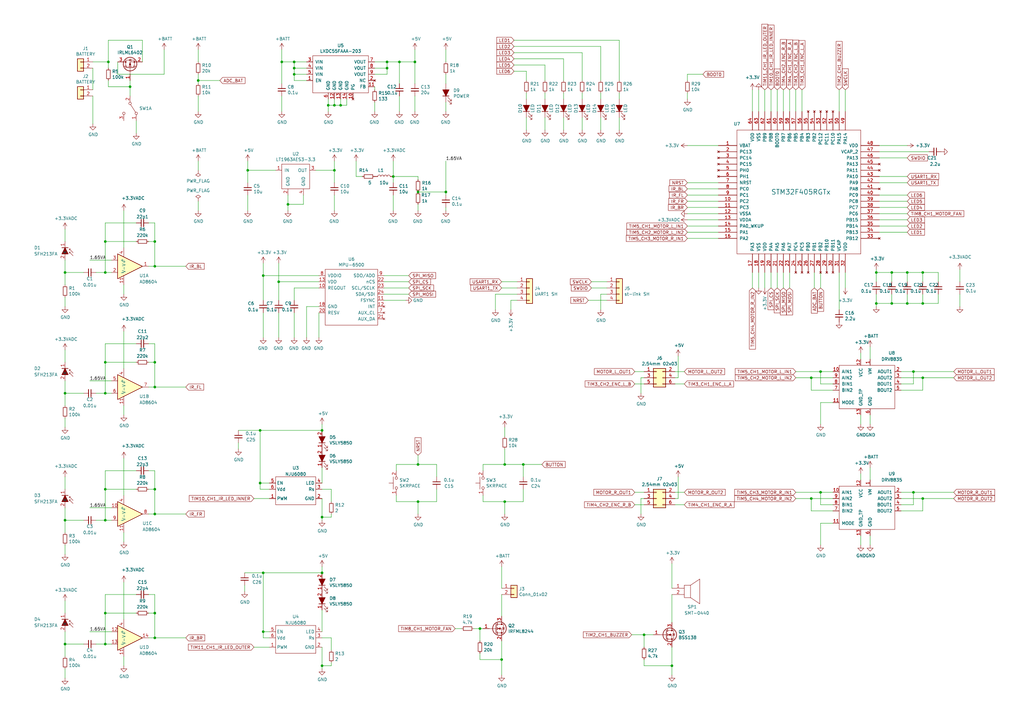
<source format=kicad_sch>
(kicad_sch (version 20231120) (generator "eeschema") (generator_version "8.0")
  (paper "A3")
  (junction (at 44.45 25.4))
  (junction (at 107.95 259.08))
  (junction (at 63.5 210.82))
  (junction (at 372.11 111.76))
  (junction (at 107.95 234.95))
  (junction (at 26.67 111.76))
  (junction (at 275.59 273.05))
  (junction (at 365.76 111.76))
  (junction (at 63.5 251.46))
  (junction (at 118.11 83.82))
  (junction (at 374.65 152.4))
  (junction (at 63.5 158.75))
  (junction (at 161.29 72.39))
  (junction (at 365.76 124.46))
  (junction (at 26.67 213.36))
  (junction (at 359.41 124.46))
  (junction (at 182.88 78.74))
  (junction (at 132.08 273.05))
  (junction (at 63.5 261.62))
  (junction (at 43.18 161.29))
  (junction (at 163.83 25.4))
  (junction (at 132.08 212.09))
  (junction (at 372.11 124.46))
  (junction (at 171.45 190.5))
  (junction (at 43.18 111.76))
  (junction (at 139.7 43.18))
  (junction (at 120.65 27.94))
  (junction (at 336.55 152.4))
  (junction (at 336.55 201.93))
  (junction (at 26.67 264.16))
  (junction (at 264.16 260.35))
  (junction (at 106.68 176.53))
  (junction (at 137.16 43.18))
  (junction (at 207.01 190.5))
  (junction (at 43.18 264.16))
  (junction (at 63.5 148.59))
  (junction (at 359.41 111.76))
  (junction (at 207.01 205.74))
  (junction (at 132.08 234.95))
  (junction (at 378.46 154.94))
  (junction (at 53.34 35.56))
  (junction (at 137.16 69.85))
  (junction (at 43.18 200.66))
  (junction (at 43.18 251.46))
  (junction (at 63.5 99.06))
  (junction (at 171.45 78.74))
  (junction (at 43.18 213.36))
  (junction (at 26.67 161.29))
  (junction (at 205.74 270.51))
  (junction (at 214.63 190.5))
  (junction (at 115.57 25.4))
  (junction (at 120.65 25.4))
  (junction (at 332.74 204.47))
  (junction (at 170.18 25.4))
  (junction (at 63.5 200.66))
  (junction (at 332.74 154.94))
  (junction (at 171.45 205.74))
  (junction (at 43.18 148.59))
  (junction (at 158.75 25.4))
  (junction (at 120.65 30.48))
  (junction (at 158.75 27.94))
  (junction (at 43.18 99.06))
  (junction (at 81.28 33.02))
  (junction (at 106.68 198.12))
  (junction (at 101.6 69.85))
  (junction (at 196.85 257.81))
  (junction (at 107.95 113.03))
  (junction (at 374.65 201.93))
  (junction (at 134.62 43.18))
  (junction (at 63.5 109.22))
  (junction (at 378.46 204.47))
  (junction (at 114.3 115.57))
  (junction (at 378.46 111.76))
  (junction (at 378.46 124.46))
  (junction (at 132.08 176.53))
  (wire (pts (xy 120.65 25.4) (xy 115.57 25.4)))
  (wire (pts (xy 63.5 251.46) (xy 60.96 251.46)))
  (wire (pts (xy 81.28 33.02) (xy 81.28 30.48)))
  (wire (pts (xy 278.13 204.47) (xy 278.13 195.58)))
  (wire (pts (xy 182.88 20.32) (xy 182.88 25.4)))
  (wire (pts (xy 43.18 111.76) (xy 45.72 111.76)))
  (wire (pts (xy 43.18 91.44) (xy 55.88 91.44)))
  (wire (pts (xy 214.63 190.5) (xy 207.01 190.5)))
  (wire (pts (xy 50.8 254) (xy 50.8 238.76)))
  (wire (pts (xy 372.11 124.46) (xy 378.46 124.46)))
  (wire (pts (xy 360.68 74.93) (xy 372.11 74.93)))
  (wire (pts (xy 43.18 193.04) (xy 55.88 193.04)))
  (wire (pts (xy 323.85 118.11) (xy 323.85 111.76)))
  (wire (pts (xy 43.18 264.16) (xy 45.72 264.16)))
  (wire (pts (xy 356.87 170.18) (xy 356.87 173.99)))
  (wire (pts (xy 63.5 261.62) (xy 76.2 261.62)))
  (wire (pts (xy 344.17 111.76) (xy 344.17 127)))
  (wire (pts (xy 132.08 204.47) (xy 132.08 212.09)))
  (wire (pts (xy 372.11 111.76) (xy 372.11 115.57)))
  (wire (pts (xy 238.76 40.64) (xy 238.76 38.1)))
  (wire (pts (xy 231.14 24.13) (xy 210.82 24.13)))
  (wire (pts (xy 43.18 243.84) (xy 43.18 251.46)))
  (wire (pts (xy 336.55 152.4) (xy 326.39 152.4)))
  (wire (pts (xy 26.67 264.16) (xy 26.67 259.08)))
  (wire (pts (xy 231.14 40.64) (xy 231.14 38.1)))
  (wire (pts (xy 48.26 30.48) (xy 67.31 30.48)))
  (wire (pts (xy 26.67 161.29) (xy 26.67 156.21)))
  (wire (pts (xy 44.45 27.94) (xy 44.45 25.4)))
  (wire (pts (xy 26.67 116.84) (xy 26.67 111.76)))
  (wire (pts (xy 114.3 115.57) (xy 114.3 123.19)))
  (wire (pts (xy 313.69 36.83) (xy 313.69 45.72)))
  (wire (pts (xy 182.88 66.04) (xy 182.88 78.74)))
  (wire (pts (xy 26.67 175.26) (xy 26.67 171.45)))
  (wire (pts (xy 171.45 86.36) (xy 171.45 83.82)))
  (wire (pts (xy 170.18 25.4) (xy 170.18 20.32)))
  (wire (pts (xy 281.94 38.1) (xy 281.94 40.64)))
  (wire (pts (xy 365.76 111.76) (xy 365.76 115.57)))
  (wire (pts (xy 170.18 34.29) (xy 170.18 25.4)))
  (wire (pts (xy 378.46 120.65) (xy 378.46 124.46)))
  (wire (pts (xy 43.18 91.44) (xy 43.18 99.06)))
  (wire (pts (xy 346.71 36.83) (xy 346.71 45.72)))
  (wire (pts (xy 153.67 27.94) (xy 158.75 27.94)))
  (wire (pts (xy 214.63 205.74) (xy 207.01 205.74)))
  (wire (pts (xy 359.41 111.76) (xy 365.76 111.76)))
  (wire (pts (xy 264.16 154.94) (xy 262.89 154.94)))
  (wire (pts (xy 179.07 190.5) (xy 171.45 190.5)))
  (wire (pts (xy 161.29 72.39) (xy 171.45 72.39)))
  (wire (pts (xy 132.08 213.36) (xy 132.08 212.09)))
  (wire (pts (xy 353.06 170.18) (xy 353.06 173.99)))
  (wire (pts (xy 360.68 92.71) (xy 372.11 92.71)))
  (wire (pts (xy 132.08 250.19) (xy 132.08 259.08)))
  (wire (pts (xy 63.5 148.59) (xy 63.5 158.75)))
  (wire (pts (xy 162.56 205.74) (xy 171.45 205.74)))
  (wire (pts (xy 378.46 111.76) (xy 384.81 111.76)))
  (wire (pts (xy 39.37 264.16) (xy 43.18 264.16)))
  (wire (pts (xy 254 53.34) (xy 254 48.26)))
  (wire (pts (xy 132.08 265.43) (xy 132.08 273.05)))
  (wire (pts (xy 118.11 83.82) (xy 118.11 86.36)))
  (wire (pts (xy 50.8 116.84) (xy 50.8 120.65)))
  (wire (pts (xy 43.18 251.46) (xy 43.18 264.16)))
  (wire (pts (xy 106.68 198.12) (xy 110.49 198.12)))
  (wire (pts (xy 359.41 120.65) (xy 359.41 124.46)))
  (wire (pts (xy 81.28 69.85) (xy 81.28 66.04)))
  (wire (pts (xy 182.88 34.29) (xy 182.88 30.48)))
  (wire (pts (xy 120.65 128.27) (xy 120.65 138.43)))
  (wire (pts (xy 38.1 25.4) (xy 44.45 25.4)))
  (wire (pts (xy 45.72 156.21) (xy 36.83 156.21)))
  (wire (pts (xy 113.03 69.85) (xy 101.6 69.85)))
  (wire (pts (xy 101.6 66.04) (xy 101.6 69.85)))
  (wire (pts (xy 100.33 234.95) (xy 107.95 234.95)))
  (wire (pts (xy 280.67 157.48) (xy 276.86 157.48)))
  (wire (pts (xy 246.38 19.05) (xy 210.82 19.05)))
  (wire (pts (xy 43.18 140.97) (xy 55.88 140.97)))
  (wire (pts (xy 43.18 148.59) (xy 55.88 148.59)))
  (wire (pts (xy 137.16 66.04) (xy 137.16 69.85)))
  (wire (pts (xy 97.79 176.53) (xy 106.68 176.53)))
  (wire (pts (xy 281.94 77.47) (xy 294.64 77.47)))
  (wire (pts (xy 318.77 36.83) (xy 318.77 45.72)))
  (wire (pts (xy 194.31 257.81) (xy 196.85 257.81)))
  (wire (pts (xy 130.81 113.03) (xy 107.95 113.03)))
  (wire (pts (xy 53.34 33.02) (xy 53.34 35.56)))
  (wire (pts (xy 44.45 35.56) (xy 53.34 35.56)))
  (wire (pts (xy 125.73 33.02) (xy 120.65 33.02)))
  (wire (pts (xy 39.37 161.29) (xy 43.18 161.29)))
  (wire (pts (xy 179.07 195.58) (xy 179.07 190.5)))
  (wire (pts (xy 372.11 59.69) (xy 360.68 59.69)))
  (wire (pts (xy 45.72 106.68) (xy 36.83 106.68)))
  (wire (pts (xy 205.74 262.89) (xy 205.74 270.51)))
  (wire (pts (xy 26.67 213.36) (xy 26.67 208.28)))
  (wire (pts (xy 120.65 33.02) (xy 120.65 30.48)))
  (wire (pts (xy 374.65 207.01) (xy 374.65 201.93)))
  (wire (pts (xy 104.14 265.43) (xy 110.49 265.43)))
  (wire (pts (xy 167.64 118.11) (xy 157.48 118.11)))
  (wire (pts (xy 223.52 53.34) (xy 223.52 48.26)))
  (wire (pts (xy 26.67 251.46) (xy 26.67 246.38)))
  (wire (pts (xy 158.75 25.4) (xy 163.83 25.4)))
  (wire (pts (xy 336.55 157.48) (xy 336.55 152.4)))
  (wire (pts (xy 43.18 140.97) (xy 43.18 148.59)))
  (wire (pts (xy 26.67 269.24) (xy 26.67 264.16)))
  (wire (pts (xy 171.45 205.74) (xy 171.45 210.82)))
  (wire (pts (xy 63.5 99.06) (xy 63.5 109.22)))
  (wire (pts (xy 223.52 40.64) (xy 223.52 38.1)))
  (wire (pts (xy 132.08 234.95) (xy 132.08 232.41)))
  (wire (pts (xy 38.1 50.8) (xy 38.1 39.37)))
  (wire (pts (xy 369.57 157.48) (xy 374.65 157.48)))
  (wire (pts (xy 359.41 124.46) (xy 359.41 125.73)))
  (wire (pts (xy 336.55 118.11) (xy 336.55 111.76)))
  (wire (pts (xy 106.68 198.12) (xy 106.68 200.66)))
  (wire (pts (xy 254 33.02) (xy 254 16.51)))
  (wire (pts (xy 372.11 111.76) (xy 378.46 111.76)))
  (wire (pts (xy 280.67 201.93) (xy 276.86 201.93)))
  (wire (pts (xy 162.56 190.5) (xy 171.45 190.5)))
  (wire (pts (xy 132.08 261.62) (xy 135.89 261.62)))
  (wire (pts (xy 81.28 82.55) (xy 81.28 86.36)))
  (wire (pts (xy 179.07 200.66) (xy 179.07 205.74)))
  (wire (pts (xy 53.34 35.56) (xy 53.34 39.37)))
  (wire (pts (xy 101.6 86.36) (xy 101.6 80.01)))
  (wire (pts (xy 153.67 25.4) (xy 158.75 25.4)))
  (wire (pts (xy 196.85 270.51) (xy 205.74 270.51)))
  (wire (pts (xy 326.39 204.47) (xy 332.74 204.47)))
  (wire (pts (xy 130.81 125.73) (xy 125.73 125.73)))
  (wire (pts (xy 198.12 205.74) (xy 198.12 203.2)))
  (wire (pts (xy 264.16 204.47) (xy 262.89 204.47)))
  (wire (pts (xy 336.55 214.63) (xy 336.55 223.52)))
  (wire (pts (xy 115.57 45.72) (xy 115.57 39.37)))
  (wire (pts (xy 353.06 196.85) (xy 353.06 194.31)))
  (wire (pts (xy 365.76 124.46) (xy 372.11 124.46)))
  (wire (pts (xy 142.24 43.18) (xy 139.7 43.18)))
  (wire (pts (xy 115.57 34.29) (xy 115.57 25.4)))
  (wire (pts (xy 207.01 205.74) (xy 207.01 210.82)))
  (wire (pts (xy 369.57 160.02) (xy 378.46 160.02)))
  (wire (pts (xy 231.14 53.34) (xy 231.14 48.26)))
  (wire (pts (xy 242.57 115.57) (xy 248.92 115.57)))
  (wire (pts (xy 275.59 243.84) (xy 275.59 255.27)))
  (wire (pts (xy 39.37 213.36) (xy 43.18 213.36)))
  (wire (pts (xy 275.59 276.86) (xy 275.59 273.05)))
  (wire (pts (xy 246.38 120.65) (xy 246.38 127)))
  (wire (pts (xy 158.75 27.94) (xy 158.75 25.4)))
  (wire (pts (xy 212.09 120.65) (xy 203.2 120.65)))
  (wire (pts (xy 186.69 257.81) (xy 189.23 257.81)))
  (wire (pts (xy 214.63 195.58) (xy 214.63 190.5)))
  (wire (pts (xy 55.88 54.61) (xy 55.88 49.53)))
  (wire (pts (xy 50.8 203.2) (xy 50.8 187.96)))
  (wire (pts (xy 137.16 40.64) (xy 137.16 43.18)))
  (wire (pts (xy 360.68 62.23) (xy 381 62.23)))
  (wire (pts (xy 167.64 120.65) (xy 157.48 120.65)))
  (wire (pts (xy 43.18 99.06) (xy 43.18 111.76)))
  (wire (pts (xy 171.45 72.39) (xy 171.45 73.66)))
  (wire (pts (xy 106.68 176.53) (xy 106.68 198.12)))
  (wire (pts (xy 198.12 205.74) (xy 207.01 205.74)))
  (wire (pts (xy 372.11 87.63) (xy 360.68 87.63)))
  (wire (pts (xy 341.63 152.4) (xy 336.55 152.4)))
  (wire (pts (xy 43.18 161.29) (xy 45.72 161.29)))
  (wire (pts (xy 125.73 25.4) (xy 120.65 25.4)))
  (wire (pts (xy 246.38 53.34) (xy 246.38 48.26)))
  (wire (pts (xy 365.76 120.65) (xy 365.76 124.46)))
  (wire (pts (xy 167.64 113.03) (xy 157.48 113.03)))
  (wire (pts (xy 356.87 219.71) (xy 356.87 223.52)))
  (wire (pts (xy 214.63 200.66) (xy 214.63 205.74)))
  (wire (pts (xy 132.08 176.53) (xy 132.08 173.99)))
  (wire (pts (xy 120.65 118.11) (xy 120.65 123.19)))
  (wire (pts (xy 153.67 36.83) (xy 153.67 35.56)))
  (wire (pts (xy 275.59 231.14) (xy 275.59 241.3)))
  (wire (pts (xy 259.08 260.35) (xy 264.16 260.35)))
  (wire (pts (xy 308.61 45.72) (xy 308.61 36.83)))
  (wire (pts (xy 26.67 148.59) (xy 26.67 143.51)))
  (wire (pts (xy 34.29 264.16) (xy 26.67 264.16)))
  (wire (pts (xy 264.16 260.35) (xy 264.16 265.43)))
  (wire (pts (xy 107.95 128.27) (xy 107.95 138.43)))
  (wire (pts (xy 267.97 260.35) (xy 264.16 260.35)))
  (wire (pts (xy 43.18 243.84) (xy 55.88 243.84)))
  (wire (pts (xy 248.92 123.19) (xy 241.3 123.19)))
  (wire (pts (xy 198.12 257.81) (xy 196.85 257.81)))
  (wire (pts (xy 135.89 261.62) (xy 135.89 266.7)))
  (wire (pts (xy 275.59 273.05) (xy 275.59 265.43)))
  (wire (pts (xy 378.46 111.76) (xy 378.46 115.57)))
  (wire (pts (xy 43.18 148.59) (xy 43.18 161.29)))
  (wire (pts (xy 43.18 213.36) (xy 45.72 213.36)))
  (wire (pts (xy 135.89 210.82) (xy 135.89 212.09)))
  (wire (pts (xy 182.88 78.74) (xy 182.88 80.01)))
  (wire (pts (xy 163.83 34.29) (xy 163.83 25.4)))
  (wire (pts (xy 281.94 80.01) (xy 294.64 80.01)))
  (wire (pts (xy 369.57 201.93) (xy 374.65 201.93)))
  (wire (pts (xy 384.81 120.65) (xy 384.81 124.46)))
  (wire (pts (xy 334.01 118.11) (xy 334.01 111.76)))
  (wire (pts (xy 246.38 40.64) (xy 246.38 38.1)))
  (wire (pts (xy 60.96 261.62) (xy 63.5 261.62)))
  (wire (pts (xy 90.17 33.02) (xy 81.28 33.02)))
  (wire (pts (xy 39.37 111.76) (xy 43.18 111.76)))
  (wire (pts (xy 207.01 179.07) (xy 207.01 175.26)))
  (wire (pts (xy 182.88 45.72) (xy 182.88 41.91)))
  (wire (pts (xy 360.68 64.77) (xy 372.11 64.77)))
  (wire (pts (xy 393.7 120.65) (xy 393.7 125.73)))
  (wire (pts (xy 161.29 72.39) (xy 161.29 74.93)))
  (wire (pts (xy 372.11 72.39) (xy 360.68 72.39)))
  (wire (pts (xy 205.74 232.41) (xy 205.74 241.3)))
  (wire (pts (xy 115.57 25.4) (xy 115.57 20.32)))
  (wire (pts (xy 142.24 40.64) (xy 142.24 43.18)))
  (wire (pts (xy 223.52 33.02) (xy 223.52 26.67)))
  (wire (pts (xy 372.11 120.65) (xy 372.11 124.46)))
  (wire (pts (xy 60.96 158.75) (xy 63.5 158.75)))
  (wire (pts (xy 264.16 273.05) (xy 275.59 273.05)))
  (wire (pts (xy 276.86 204.47) (xy 278.13 204.47)))
  (wire (pts (xy 341.63 201.93) (xy 336.55 201.93)))
  (wire (pts (xy 63.5 99.06) (xy 60.96 99.06)))
  (wire (pts (xy 26.67 166.37) (xy 26.67 161.29)))
  (wire (pts (xy 135.89 212.09) (xy 132.08 212.09)))
  (wire (pts (xy 134.62 40.64) (xy 134.62 43.18)))
  (wire (pts (xy 215.9 53.34) (xy 215.9 48.26)))
  (wire (pts (xy 288.29 30.48) (xy 281.94 30.48)))
  (wire (pts (xy 356.87 196.85) (xy 356.87 191.77)))
  (wire (pts (xy 132.08 274.32) (xy 132.08 273.05)))
  (wire (pts (xy 132.08 191.77) (xy 132.08 198.12)))
  (wire (pts (xy 205.74 243.84) (xy 205.74 252.73)))
  (wire (pts (xy 369.57 154.94) (xy 378.46 154.94)))
  (wire (pts (xy 44.45 33.02) (xy 44.45 35.56)))
  (wire (pts (xy 323.85 45.72) (xy 323.85 36.83)))
  (wire (pts (xy 179.07 205.74) (xy 171.45 205.74)))
  (wire (pts (xy 262.89 204.47) (xy 262.89 210.82)))
  (wire (pts (xy 223.52 26.67) (xy 210.82 26.67)))
  (wire (pts (xy 44.45 16.51) (xy 44.45 25.4)))
  (wire (pts (xy 34.29 213.36) (xy 26.67 213.36)))
  (wire (pts (xy 356.87 147.32) (xy 356.87 142.24)))
  (wire (pts (xy 264.16 157.48) (xy 260.35 157.48)))
  (wire (pts (xy 63.5 251.46) (xy 63.5 261.62)))
  (wire (pts (xy 63.5 109.22) (xy 76.2 109.22)))
  (wire (pts (xy 203.2 120.65) (xy 203.2 127)))
  (wire (pts (xy 372.11 90.17) (xy 360.68 90.17)))
  (wire (pts (xy 294.64 74.93) (xy 281.94 74.93)))
  (wire (pts (xy 341.63 165.1) (xy 336.55 165.1)))
  (wire (pts (xy 107.95 259.08) (xy 107.95 261.62)))
  (wire (pts (xy 346.71 118.11) (xy 346.71 111.76)))
  (wire (pts (xy 359.41 111.76) (xy 359.41 115.57)))
  (wire (pts (xy 336.55 201.93) (xy 326.39 201.93)))
  (wire (pts (xy 107.95 234.95) (xy 107.95 259.08)))
  (wire (pts (xy 161.29 66.04) (xy 161.29 72.39)))
  (wire (pts (xy 246.38 33.02) (xy 246.38 19.05)))
  (wire (pts (xy 81.28 25.4) (xy 81.28 20.32)))
  (wire (pts (xy 278.13 154.94) (xy 278.13 146.05)))
  (wire (pts (xy 137.16 69.85) (xy 137.16 74.93)))
  (wire (pts (xy 294.64 59.69) (xy 281.94 59.69)))
  (wire (pts (xy 369.57 152.4) (xy 374.65 152.4)))
  (wire (pts (xy 238.76 53.34) (xy 238.76 48.26)))
  (wire (pts (xy 182.88 86.36) (xy 182.88 85.09)))
  (wire (pts (xy 374.65 157.48) (xy 374.65 152.4)))
  (wire (pts (xy 124.46 83.82) (xy 124.46 80.01)))
  (wire (pts (xy 107.95 261.62) (xy 110.49 261.62)))
  (wire (pts (xy 378.46 160.02) (xy 378.46 154.94)))
  (wire (pts (xy 118.11 83.82) (xy 124.46 83.82)))
  (wire (pts (xy 45.72 208.28) (xy 36.83 208.28)))
  (wire (pts (xy 372.11 82.55) (xy 360.68 82.55)))
  (wire (pts (xy 341.63 160.02) (xy 332.74 160.02)))
  (wire (pts (xy 81.28 34.29) (xy 81.28 33.02)))
  (wire (pts (xy 125.73 30.48) (xy 120.65 30.48)))
  (wire (pts (xy 311.15 36.83) (xy 311.15 45.72)))
  (wire (pts (xy 135.89 200.66) (xy 135.89 205.74)))
  (wire (pts (xy 280.67 152.4) (xy 276.86 152.4)))
  (wire (pts (xy 264.16 201.93) (xy 260.35 201.93)))
  (wire (pts (xy 60.96 243.84) (xy 63.5 243.84)))
  (wire (pts (xy 369.57 204.47) (xy 378.46 204.47)))
  (wire (pts (xy 101.6 69.85) (xy 101.6 74.93)))
  (wire (pts (xy 153.67 30.48) (xy 158.75 30.48)))
  (wire (pts (xy 130.81 128.27) (xy 130.81 138.43)))
  (wire (pts (xy 158.75 30.48) (xy 158.75 27.94)))
  (wire (pts (xy 135.89 273.05) (xy 132.08 273.05)))
  (wire (pts (xy 280.67 207.01) (xy 276.86 207.01)))
  (wire (pts (xy 215.9 33.02) (xy 215.9 29.21)))
  (wire (pts (xy 353.06 219.71) (xy 353.06 223.52)))
  (wire (pts (xy 134.62 43.18) (xy 134.62 45.72)))
  (wire (pts (xy 378.46 154.94) (xy 391.16 154.94)))
  (wire (pts (xy 50.8 101.6) (xy 50.8 86.36)))
  (wire (pts (xy 104.14 204.47) (xy 110.49 204.47)))
  (wire (pts (xy 378.46 209.55) (xy 378.46 204.47)))
  (wire (pts (xy 326.39 45.72) (xy 326.39 36.83)))
  (wire (pts (xy 34.29 161.29) (xy 26.67 161.29)))
  (wire (pts (xy 137.16 43.18) (xy 134.62 43.18)))
  (wire (pts (xy 167.64 115.57) (xy 157.48 115.57)))
  (wire (pts (xy 212.09 123.19) (xy 209.55 123.19)))
  (wire (pts (xy 378.46 124.46) (xy 384.81 124.46)))
  (wire (pts (xy 118.11 80.01) (xy 118.11 83.82)))
  (wire (pts (xy 215.9 40.64) (xy 215.9 38.1)))
  (wire (pts (xy 120.65 30.48) (xy 120.65 27.94)))
  (wire (pts (xy 215.9 29.21) (xy 210.82 29.21)))
  (wire (pts (xy 135.89 271.78) (xy 135.89 273.05)))
  (wire (pts (xy 281.94 30.48) (xy 281.94 33.02)))
  (wire (pts (xy 107.95 107.95) (xy 107.95 113.03)))
  (wire (pts (xy 209.55 123.19) (xy 209.55 127)))
  (wire (pts (xy 162.56 205.74) (xy 162.56 203.2)))
  (wire (pts (xy 336.55 165.1) (xy 336.55 173.99)))
  (wire (pts (xy 106.68 200.66) (xy 110.49 200.66)))
  (wire (pts (xy 264.16 207.01) (xy 260.35 207.01)))
  (wire (pts (xy 26.67 125.73) (xy 26.67 121.92)))
  (wire (pts (xy 114.3 115.57) (xy 130.81 115.57)))
  (wire (pts (xy 58.42 16.51) (xy 44.45 16.51)))
  (wire (pts (xy 26.67 111.76) (xy 26.67 106.68)))
  (wire (pts (xy 344.17 36.83) (xy 344.17 45.72)))
  (wire (pts (xy 378.46 204.47) (xy 391.16 204.47)))
  (wire (pts (xy 196.85 257.81) (xy 196.85 262.89)))
  (wire (pts (xy 50.8 218.44) (xy 50.8 222.25)))
  (wire (pts (xy 248.92 120.65) (xy 246.38 120.65)))
  (wire (pts (xy 43.18 200.66) (xy 43.18 213.36)))
  (wire (pts (xy 341.63 157.48) (xy 336.55 157.48)))
  (wire (pts (xy 207.01 184.15) (xy 207.01 190.5)))
  (wire (pts (xy 60.96 193.04) (xy 63.5 193.04)))
  (wire (pts (xy 321.31 45.72) (xy 321.31 36.83)))
  (wire (pts (xy 311.15 118.11) (xy 311.15 111.76)))
  (wire (pts (xy 212.09 118.11) (xy 205.74 118.11)))
  (wire (pts (xy 60.96 91.44) (xy 63.5 91.44)))
  (wire (pts (xy 125.73 125.73) (xy 125.73 138.43)))
  (wire (pts (xy 359.41 111.76) (xy 359.41 110.49)))
  (wire (pts (xy 50.8 151.13) (xy 50.8 135.89)))
  (wire (pts (xy 359.41 124.46) (xy 365.76 124.46)))
  (wire (pts (xy 341.63 209.55) (xy 332.74 209.55)))
  (wire (pts (xy 63.5 158.75) (xy 76.2 158.75)))
  (wire (pts (xy 63.5 200.66) (xy 63.5 210.82)))
  (wire (pts (xy 316.23 118.11) (xy 316.23 111.76)))
  (wire (pts (xy 148.59 72.39) (xy 146.05 72.39)))
  (wire (pts (xy 100.33 240.03) (xy 100.33 242.57)))
  (wire (pts (xy 166.37 123.19) (xy 157.48 123.19)))
  (wire (pts (xy 374.65 201.93) (xy 391.16 201.93)))
  (wire (pts (xy 321.31 118.11) (xy 321.31 111.76)))
  (wire (pts (xy 171.45 190.5) (xy 171.45 186.69)))
  (wire (pts (xy 262.89 154.94) (xy 262.89 161.29)))
  (wire (pts (xy 107.95 113.03) (xy 107.95 123.19)))
  (wire (pts (xy 313.69 118.11) (xy 313.69 111.76)))
  (wire (pts (xy 212.09 115.57) (xy 205.74 115.57)))
  (wire (pts (xy 26.67 200.66) (xy 26.67 195.58)))
  (wire (pts (xy 63.5 210.82) (xy 76.2 210.82)))
  (wire (pts (xy 281.94 85.09) (xy 294.64 85.09)))
  (wire (pts (xy 332.74 204.47) (xy 341.63 204.47)))
  (wire (pts (xy 294.64 92.71) (xy 281.94 92.71)))
  (wire (pts (xy 170.18 45.72) (xy 170.18 39.37)))
  (wire (pts (xy 97.79 181.61) (xy 97.79 184.15)))
  (wire (pts (xy 198.12 190.5) (xy 207.01 190.5)))
  (wire (pts (xy 60.96 109.22) (xy 63.5 109.22)))
  (wire (pts (xy 26.67 218.44) (xy 26.67 213.36)))
  (wire (pts (xy 196.85 270.51) (xy 196.85 267.97)))
  (wire (pts (xy 146.05 72.39) (xy 146.05 66.04)))
  (wire (pts (xy 294.64 90.17) (xy 281.94 90.17)))
  (wire (pts (xy 63.5 140.97) (xy 63.5 148.59)))
  (wire (pts (xy 326.39 154.94) (xy 332.74 154.94)))
  (wire (pts (xy 332.74 154.94) (xy 341.63 154.94)))
  (wire (pts (xy 26.67 99.06) (xy 26.67 93.98)))
  (wire (pts (xy 360.68 80.01) (xy 372.11 80.01)))
  (wire (pts (xy 341.63 207.01) (xy 336.55 207.01)))
  (wire (pts (xy 294.64 95.25) (xy 281.94 95.25)))
  (wire (pts (xy 153.67 41.91) (xy 153.67 45.72)))
  (wire (pts (xy 231.14 33.02) (xy 231.14 24.13)))
  (wire (pts (xy 318.77 118.11) (xy 318.77 111.76)))
  (wire (pts (xy 45.72 259.08) (xy 36.83 259.08)))
  (wire (pts (xy 26.67 227.33) (xy 26.67 223.52)))
  (wire (pts (xy 107.95 259.08) (xy 110.49 259.08)))
  (wire (pts (xy 238.76 21.59) (xy 210.82 21.59)))
  (wire (pts (xy 81.28 39.37) (xy 81.28 45.72)))
  (wire (pts (xy 163.83 25.4) (xy 170.18 25.4)))
  (wire (pts (xy 281.94 82.55) (xy 294.64 82.55)))
  (wire (pts (xy 67.31 20.32) (xy 67.31 30.48)))
  (wire (pts (xy 43.18 251.46) (xy 55.88 251.46)))
  (wire (pts (xy 222.25 190.5) (xy 214.63 190.5)))
  (wire (pts (xy 171.45 78.74) (xy 182.88 78.74)))
  (wire (pts (xy 132.08 200.66) (xy 135.89 200.66)))
  (wire (pts (xy 139.7 43.18) (xy 137.16 43.18)))
  (wire (pts (xy 328.93 45.72) (xy 328.93 36.83)))
  (wire (pts (xy 60.96 140.97) (xy 63.5 140.97)))
  (wire (pts (xy 130.81 118.11) (xy 120.65 118.11)))
  (wire (pts (xy 353.06 147.32) (xy 353.06 144.78)))
  (wire (pts (xy 43.18 99.06) (xy 55.88 99.06)))
  (wire (pts (xy 198.12 190.5) (xy 198.12 193.04)))
  (wire (pts (xy 26.67 278.13) (xy 26.67 274.32)))
  (wire (pts (xy 48.26 25.4) (xy 48.26 30.48)))
  (wire (pts (xy 63.5 200.66) (xy 60.96 200.66)))
  (wire (pts (xy 308.61 118.11) (xy 308.61 111.76)))
  (wire (pts (xy 50.8 166.37) (xy 50.8 170.18)))
  (wire (pts (xy 125.73 27.94) (xy 120.65 27.94)))
  (wire (pts (xy 384.81 111.76) (xy 384.81 115.57)))
  (wire (pts (xy 276.86 154.94) (xy 278.13 154.94)))
  (wire (pts (xy 129.54 69.85) (xy 137.16 69.85)))
  (wire (pts (xy 106.68 176.53) (xy 132.08 176.53)))
  (wire (pts (xy 341.63 214.63) (xy 336.55 214.63)))
  (wire (pts (xy 137.16 86.36) (xy 137.16 80.01)))
  (wire (pts (xy 162.56 190.5) (xy 162.56 193.04)))
  (wire (pts (xy 114.3 115.57) (xy 114.3 107.95)))
  (wire (pts (xy 114.3 128.27) (xy 114.3 138.43)))
  (wire (pts (xy 163.83 45.72) (xy 163.83 39.37)))
  (wire (pts (xy 63.5 91.44) (xy 63.5 99.06)))
  (wire (pts (xy 365.76 111.76) (xy 372.11 111.76)))
  (wire (pts (xy 254 16.51) (xy 210.82 16.51)))
  (wire (pts (xy 60.96 210.82) (xy 63.5 210.82)))
  (wire (pts (xy 332.74 160.02) (xy 332.74 154.94)))
  (wire (pts (xy 393.7 110.49) (xy 393.7 115.57)))
  (wire (pts (xy 316.23 45.72) (xy 316.23 36.83)))
  (wire (pts (xy 107.95 234.95) (xy 132.08 234.95)))
  (wire (pts (xy 43.18 200.66) (xy 55.88 200.66)))
  (wire (pts (xy 372.11 85.09) (xy 360.68 85.09)))
  (wire (pts (xy 369.57 207.01) (xy 374.65 207.01)))
  (wire (pts (xy 294.64 97.79) (xy 281.94 97.79)))
  (wire (pts (xy 34.29 111.76) (xy 26.67 111.76)))
  (wire (pts (xy 264.16 273.05) (xy 264.16 270.51)))
  (wire (pts (xy 264.16 152.4) (xy 260.35 152.4)))
  (wire (pts (xy 58.42 25.4) (xy 58.42 16.51)))
  (wire (pts (xy 372.11 95.25) (xy 360.68 95.25)))
  (wire (pts (xy 332.74 209.55) (xy 332.74 204.47)))
  (wire (pts (xy 248.92 118.11) (xy 242.57 118.11)))
  (wire (pts (xy 63.5 148.59) (xy 60.96 148.59)))
  (wire (pts (xy 161.29 86.36) (xy 161.29 80.01)))
  (wire (pts (xy 238.76 33.02) (xy 238.76 21.59)))
  (wire (pts (xy 281.94 87.63) (xy 294.64 87.63)))
  (wire (pts (xy 63.5 243.84) (xy 63.5 251.46)))
  (wire (pts (xy 38.1 36.83) (xy 38.1 27.94)))
  (wire (pts (xy 205.74 270.51) (xy 205.74 276.86)))
  (wire (pts (xy 139.7 40.64) (xy 139.7 43.18)))
  (wire (pts (xy 254 40.64) (xy 254 38.1)))
  (wire (pts (xy 63.5 193.04) (xy 63.5 200.66)))
  (wire (pts (xy 369.57 209.55) (xy 378.46 209.55)))
  (wire (pts (xy 50.8 269.24) (xy 50.8 273.05)))
  (wire (pts (xy 374.65 152.4) (xy 391.16 152.4)))
  (wire (pts (xy 43.18 193.04) (xy 43.18 200.66)))
  (wire (pts (xy 120.65 27.94) (xy 120.65 25.4)))
  (wire (pts (xy 336.55 207.01) (xy 336.55 201.93)))
  (label "1.65VA" (at 36.83 106.68 0))
  (label "1.65VA" (at 182.88 66.04 0))
  (label "1.65VA" (at 36.83 259.08 0))
  (label "1.65VA" (at 36.83 208.28 0))
  (label "1.65VA" (at 36.83 156.21 0))
  (global_label "ADC_BAT" (shape input) (at 90.17 33.02 0) (property "Intersheetrefs" "${INTERSHEET_REFS}" (effects (hide yes))))
  (global_label "LED5" (shape input) (at 210.82 26.67 180) (property "Intersheetrefs" "${INTERSHEET_REFS}" (effects (hide yes))))
  (global_label "TIM5_CH1_MOTOR_L_IN1" (shape input) (at 326.39 152.4 180) (property "Intersheetrefs" "${INTERSHEET_REFS}" (effects (hide yes))))
  (global_label "TIM11_CH1_IR_LED_OUTER" (shape input) (at 313.69 36.83 90) (property "Intersheetrefs" "${INTERSHEET_REFS}" (effects (hide yes))))
  (global_label "LED6" (shape input) (at 210.82 29.21 180) (property "Intersheetrefs" "${INTERSHEET_REFS}" (effects (hide yes))))
  (global_label "MOTOR_L_OUT1" (shape input) (at 260.35 152.4 180) (property "Intersheetrefs" "${INTERSHEET_REFS}" (effects (hide yes))))
  (global_label "SWDIO" (shape input) (at 242.57 118.11 180) (property "Intersheetrefs" "${INTERSHEET_REFS}" (effects (hide yes))))
  (global_label "IR_BR" (shape input) (at 281.94 85.09 180) (property "Intersheetrefs" "${INTERSHEET_REFS}" (effects (hide yes))))
  (global_label "IR_BL" (shape input) (at 281.94 77.47 180) (property "Intersheetrefs" "${INTERSHEET_REFS}" (effects (hide yes))))
  (global_label "SPI_SCK" (shape input) (at 167.64 118.11 0) (property "Intersheetrefs" "${INTERSHEET_REFS}" (effects (hide yes))))
  (global_label "SPI_MISO" (shape input) (at 167.64 113.03 0) (property "Intersheetrefs" "${INTERSHEET_REFS}" (effects (hide yes))))
  (global_label "NRST" (shape input) (at 281.94 74.93 180) (property "Intersheetrefs" "${INTERSHEET_REFS}" (effects (hide yes))))
  (global_label "SPI_MOSI" (shape input) (at 323.85 118.11 270) (property "Intersheetrefs" "${INTERSHEET_REFS}" (effects (hide yes))))
  (global_label "USART1_RX" (shape input) (at 205.74 115.57 180) (property "Intersheetrefs" "${INTERSHEET_REFS}" (effects (hide yes))))
  (global_label "TIM4_CH1_ENC_R_A" (shape input) (at 323.85 36.83 90) (property "Intersheetrefs" "${INTERSHEET_REFS}" (effects (hide yes))))
  (global_label "TIM3_CH1_ENC_L_A" (shape input) (at 328.93 36.83 90) (property "Intersheetrefs" "${INTERSHEET_REFS}" (effects (hide yes))))
  (global_label "IR_BR" (shape input) (at 76.2 261.62 0) (property "Intersheetrefs" "${INTERSHEET_REFS}" (effects (hide yes))))
  (global_label "MOTOR_R_OUT2" (shape input) (at 280.67 201.93 0) (property "Intersheetrefs" "${INTERSHEET_REFS}" (effects (hide yes))))
  (global_label "TIM5_CH2_MOTOR_L_IN2" (shape input) (at 326.39 154.94 180) (property "Intersheetrefs" "${INTERSHEET_REFS}" (effects (hide yes))))
  (global_label "MOTOR_R_OUT1" (shape input) (at 391.16 201.93 0) (property "Intersheetrefs" "${INTERSHEET_REFS}" (effects (hide yes))))
  (global_label "USART1_RX" (shape input) (at 372.11 72.39 0) (property "Intersheetrefs" "${INTERSHEET_REFS}" (effects (hide yes))))
  (global_label "MOTOR_R_OUT1" (shape input) (at 260.35 201.93 180) (property "Intersheetrefs" "${INTERSHEET_REFS}" (effects (hide yes))))
  (global_label "IR_FL" (shape input) (at 281.94 80.01 180) (property "Intersheetrefs" "${INTERSHEET_REFS}" (effects (hide yes))))
  (global_label "TIM4_CH2_ENC_R_B" (shape input) (at 260.35 207.01 180) (property "Intersheetrefs" "${INTERSHEET_REFS}" (effects (hide yes))))
  (global_label "IR_FR" (shape input) (at 281.94 82.55 180) (property "Intersheetrefs" "${INTERSHEET_REFS}" (effects (hide yes))))
  (global_label "MOTOR_L_OUT2" (shape input) (at 391.16 154.94 0) (property "Intersheetrefs" "${INTERSHEET_REFS}" (effects (hide yes))))
  (global_label "TIM4_CH1_ENC_R_A" (shape input) (at 280.67 207.01 0) (property "Intersheetrefs" "${INTERSHEET_REFS}" (effects (hide yes))))
  (global_label "LED6" (shape input) (at 372.11 80.01 0) (property "Intersheetrefs" "${INTERSHEET_REFS}" (effects (hide yes))))
  (global_label "LED3" (shape input) (at 210.82 21.59 180) (property "Intersheetrefs" "${INTERSHEET_REFS}" (effects (hide yes))))
  (global_label "BOOT0" (shape input) (at 288.29 30.48 0) (property "Intersheetrefs" "${INTERSHEET_REFS}" (effects (hide yes))))
  (global_label "LED4" (shape input) (at 372.11 85.09 0) (property "Intersheetrefs" "${INTERSHEET_REFS}" (effects (hide yes))))
  (global_label "LED3" (shape input) (at 372.11 90.17 0) (property "Intersheetrefs" "${INTERSHEET_REFS}" (effects (hide yes))))
  (global_label "USART1_TX" (shape input) (at 205.74 118.11 180) (property "Intersheetrefs" "${INTERSHEET_REFS}" (effects (hide yes))))
  (global_label "USART1_TX" (shape input) (at 372.11 74.93 0) (property "Intersheetrefs" "${INTERSHEET_REFS}" (effects (hide yes))))
  (global_label "TIM2_CH1_BUZZER" (shape input) (at 259.08 260.35 180) (property "Intersheetrefs" "${INTERSHEET_REFS}" (effects (hide yes))))
  (global_label "TIM3_CH1_ENC_L_A" (shape input) (at 280.67 157.48 0) (property "Intersheetrefs" "${INTERSHEET_REFS}" (effects (hide yes))))
  (global_label "TIM8_CH1_MOTOR_FAN" (shape input) (at 372.11 87.63 0) (property "Intersheetrefs" "${INTERSHEET_REFS}" (effects (hide yes))))
  (global_label "SPI_MOSI" (shape input) (at 167.64 120.65 0) (property "Intersheetrefs" "${INTERSHEET_REFS}" (effects (hide yes))))
  (global_label "SPI_MISO" (shape input) (at 321.31 118.11 270) (property "Intersheetrefs" "${INTERSHEET_REFS}" (effects (hide yes))))
  (global_label "SWDIO" (shape input) (at 372.11 64.77 0) (property "Intersheetrefs" "${INTERSHEET_REFS}" (effects (hide yes))))
  (global_label "SWCLK" (shape input) (at 242.57 115.57 180) (property "Intersheetrefs" "${INTERSHEET_REFS}" (effects (hide yes))))
  (global_label "MOTOR_L_OUT1" (shape input) (at 391.16 152.4 0) (property "Intersheetrefs" "${INTERSHEET_REFS}" (effects (hide yes))))
  (global_label "SPI_CS" (shape input) (at 167.64 115.57 0) (property "Intersheetrefs" "${INTERSHEET_REFS}" (effects (hide yes))))
  (global_label "TIM5_CH2_MOTOR_L_IN2" (shape input) (at 281.94 95.25 180) (property "Intersheetrefs" "${INTERSHEET_REFS}" (effects (hide yes))))
  (global_label "TIM5_CH4_MOTOR_R_IN2" (shape input) (at 308.61 118.11 270) (property "Intersheetrefs" "${INTERSHEET_REFS}" (effects (hide yes))))
  (global_label "TIM5_CH4_MOTOR_R_IN2" (shape input) (at 326.39 204.47 180) (property "Intersheetrefs" "${INTERSHEET_REFS}" (effects (hide yes))))
  (global_label "LED4" (shape input) (at 210.82 24.13 180) (property "Intersheetrefs" "${INTERSHEET_REFS}" (effects (hide yes))))
  (global_label "NRST" (shape input) (at 171.45 186.69 90) (property "Intersheetrefs" "${INTERSHEET_REFS}" (effects (hide yes))))
  (global_label "LED5" (shape input) (at 372.11 82.55 0) (property "Intersheetrefs" "${INTERSHEET_REFS}" (effects (hide yes))))
  (global_label "NRST" (shape input) (at 241.3 123.19 180) (property "Intersheetrefs" "${INTERSHEET_REFS}" (effects (hide yes))))
  (global_label "LED2" (shape input) (at 210.82 19.05 180) (property "Intersheetrefs" "${INTERSHEET_REFS}" (effects (hide yes))))
  (global_label "TIM5_CH3_MOTOR_R_IN1" (shape input) (at 326.39 201.93 180) (property "Intersheetrefs" "${INTERSHEET_REFS}" (effects (hide yes))))
  (global_label "TIM4_CH2_ENC_R_B" (shape input) (at 321.31 36.83 90) (property "Intersheetrefs" "${INTERSHEET_REFS}" (effects (hide yes))))
  (global_label "TIM2_CH1_BUZZER" (shape input) (at 344.17 36.83 90) (property "Intersheetrefs" "${INTERSHEET_REFS}" (effects (hide yes))))
  (global_label "LED1" (shape input) (at 372.11 95.25 0) (property "Intersheetrefs" "${INTERSHEET_REFS}" (effects (hide yes))))
  (global_label "BUTTON" (shape input) (at 336.55 118.11 270) (property "Intersheetrefs" "${INTERSHEET_REFS}" (effects (hide yes))))
  (global_label "MOTOR_L_OUT2" (shape input) (at 280.67 152.4 0) (property "Intersheetrefs" "${INTERSHEET_REFS}" (effects (hide yes))))
  (global_label "TIM3_CH2_ENC_L_B" (shape input) (at 326.39 36.83 90) (property "Intersheetrefs" "${INTERSHEET_REFS}" (effects (hide yes))))
  (global_label "LED2" (shape input) (at 372.11 92.71 0) (property "Intersheetrefs" "${INTERSHEET_REFS}" (effects (hide yes))))
  (global_label "IR_BL" (shape input) (at 76.2 109.22 0) (property "Intersheetrefs" "${INTERSHEET_REFS}" (effects (hide yes))))
  (global_label "SPI_SCK" (shape input) (at 318.77 118.11 270) (property "Intersheetrefs" "${INTERSHEET_REFS}" (effects (hide yes))))
  (global_label "IR_FL" (shape input) (at 76.2 158.75 0) (property "Intersheetrefs" "${INTERSHEET_REFS}" (effects (hide yes))))
  (global_label "BUTTON" (shape input) (at 222.25 190.5 0) (property "Intersheetrefs" "${INTERSHEET_REFS}" (effects (hide yes))))
  (global_label "LED1" (shape input) (at 210.82 16.51 180) (property "Intersheetrefs" "${INTERSHEET_REFS}" (effects (hide yes))))
  (global_label "ADC_BAT" (shape input) (at 334.01 118.11 270) (property "Intersheetrefs" "${INTERSHEET_REFS}" (effects (hide yes))))
  (global_label "TIM11_CH1_IR_LED_OUTER" (shape input) (at 104.14 265.43 180) (property "Intersheetrefs" "${INTERSHEET_REFS}" (effects (hide yes))))
  (global_label "SWCLK" (shape input) (at 346.71 36.83 90) (property "Intersheetrefs" "${INTERSHEET_REFS}" (effects (hide yes))))
  (global_label "TIM3_CH2_ENC_L_B" (shape input) (at 260.35 157.48 180) (property "Intersheetrefs" "${INTERSHEET_REFS}" (effects (hide yes))))
  (global_label "TIM10_CH1_IR_LED_INNER" (shape input) (at 316.23 36.83 90) (property "Intersheetrefs" "${INTERSHEET_REFS}" (effects (hide yes))))
  (global_label "TIM8_CH1_MOTOR_FAN" (shape input) (at 186.69 257.81 180) (property "Intersheetrefs" "${INTERSHEET_REFS}" (effects (hide yes))))
  (global_label "BOOT0" (shape input) (at 318.77 36.83 90) (property "Intersheetrefs" "${INTERSHEET_REFS}" (effects (hide yes))))
  (global_label "MOTOR_R_OUT2" (shape input) (at 391.16 204.47 0) (property "Intersheetrefs" "${INTERSHEET_REFS}" (effects (hide yes))))
  (global_label "TIM5_CH3_MOTOR_R_IN1" (shape input) (at 281.94 97.79 180) (property "Intersheetrefs" "${INTERSHEET_REFS}" (effects (hide yes))))
  (global_label "TIM10_CH1_IR_LED_INNER" (shape input) (at 104.14 204.47 180) (property "Intersheetrefs" "${INTERSHEET_REFS}" (effects (hide yes))))
  (global_label "IR_FR" (shape input) (at 76.2 210.82 0) (property "Intersheetrefs" "${INTERSHEET_REFS}" (effects (hide yes))))
  (global_label "SPI_CS" (shape input) (at 316.23 118.11 270) (property "Intersheetrefs" "${INTERSHEET_REFS}" (effects (hide yes))))
  (global_label "TIM5_CH1_MOTOR_L_IN1" (shape input) (at 281.94 92.71 180) (property "Intersheetrefs" "${INTERSHEET_REFS}" (effects (hide yes))))
  (symbol (lib_id "My_Device:STM32F405RGTx") (at 312.42 85.09 0) (unit 1)
    (property "Reference" "U7" (at 302.26 50.8 0))
    (property "Value" "STM32F405RGTx" (at 316.23 78.74 0) (effects (font (size 2.0066 2.0066)) (justify left)))
    (property "Footprint" "Package_QFP:LQFP-64_10x10mm_P0.5mm" (effects (hide yes)))
  )
  (symbol (lib_id "My_Device:SMT-0440") (at 280.67 240.03 0) (unit 1)
    (property "Reference" "SP1" (at 281.94 248.92 0) (effects (justify left)))
    (property "Value" "SMT-0440" (at 280.67 251.46 0) (effects (justify left)))
    (property "Footprint" "My_Device:SMT-0440-T-R" (effects (hide yes)))
    (property "Datasheet" "https://www.puiaudio.com/media/SpecSheet/SMT-0440-T-R.pdf" (effects (hide yes)))
  )
  (symbol (lib_id "Device:R_Small") (at 135.89 269.24 0) (unit 1)
    (property "Reference" "R13" (at 137.3886 268.0716 0) (effects (justify left)))
    (property "Value" "2" (at 137.3886 270.383 0) (effects (justify left)))
    (property "Footprint" "Resistor_SMD:R_0805_2012Metric_Pad1.20x1.40mm_HandSolder" (effects (hide yes)))
  )
  (symbol (lib_id "power:GND") (at 132.08 274.32 0) (unit 1)
    (property "Reference" "#PWR036" (effects (hide yes)))
    (property "Value" "GND" (at 132.207 278.7142 0))
  )
  (symbol (lib_id "power:+3.3V") (at 275.59 231.14 0) (unit 1)
    (property "Reference" "#PWR069" (effects (hide yes)))
    (property "Value" "+3.3V" (at 275.971 226.7458 0))
  )
  (symbol (lib_id "Device:R_Small") (at 264.16 267.97 0) (unit 1)
    (property "Reference" "R27" (at 265.6586 266.8016 0) (effects (justify left)))
    (property "Value" "4.7k" (at 265.6586 269.113 0) (effects (justify left)))
    (property "Footprint" "Resistor_SMD:R_0603_1608Metric_Pad0.98x0.95mm_HandSolder" (effects (hide yes)))
  )
  (symbol (lib_id "power:GND") (at 275.59 276.86 0) (unit 1)
    (property "Reference" "#PWR070" (effects (hide yes)))
    (property "Value" "GND" (at 275.717 281.2542 0))
  )
  (symbol (lib_id "Device:R_Small") (at 26.67 119.38 0) (unit 1)
    (property "Reference" "R1" (at 28.1686 118.2116 0) (effects (justify left)))
    (property "Value" "100k" (at 28.1686 120.523 0) (effects (justify left)))
    (property "Footprint" "Resistor_SMD:R_0805_2012Metric_Pad1.20x1.40mm_HandSolder" (effects (hide yes)))
  )
  (symbol (lib_id "Device:C_Small") (at 36.83 111.76 270) (unit 1)
    (property "Reference" "C1" (at 36.83 114.3 90))
    (property "Value" "0.01u" (at 36.83 116.84 90))
    (property "Footprint" "Capacitor_SMD:C_0603_1608Metric_Pad1.08x0.95mm_HandSolder" (effects (hide yes)))
  )
  (symbol (lib_id "Device:R_Small") (at 58.42 99.06 90) (unit 1)
    (property "Reference" "R6" (at 58.42 94.0816 90))
    (property "Value" "220k" (at 58.42 96.52 90))
    (property "Footprint" "Resistor_SMD:R_0603_1608Metric_Pad0.98x0.95mm_HandSolder" (effects (hide yes)))
  )
  (symbol (lib_id "Device:C_Small") (at 58.42 91.44 90) (unit 1)
    (property "Reference" "22p1" (at 58.42 88.9 90))
    (property "Value" "C9" (at 58.42 86.36 90))
    (property "Footprint" "Capacitor_SMD:C_0603_1608Metric_Pad1.08x0.95mm_HandSolder" (effects (hide yes)))
  )
  (symbol (lib_id "power:GND") (at 50.8 120.65 0) (unit 1)
    (property "Reference" "#PWR011" (effects (hide yes)))
    (property "Value" "GND" (at 50.927 125.0442 0))
  )
  (symbol (lib_id "power:+3.3VADC") (at 50.8 86.36 0) (unit 1)
    (property "Reference" "#PWR010" (effects (hide yes)))
    (property "Value" "+3.3VADC" (at 54.61 81.28 0))
  )
  (symbol (lib_id "power:GND") (at 26.67 125.73 0) (unit 1)
    (property "Reference" "#PWR02" (effects (hide yes)))
    (property "Value" "GND" (at 26.797 130.1242 0))
  )
  (symbol (lib_id "power:+3.3VADC") (at 26.67 93.98 0) (unit 1)
    (property "Reference" "#PWR01" (effects (hide yes)))
    (property "Value" "+3.3VADC" (at 27.051 89.5858 0))
  )
  (symbol (lib_id "Device:R_Small") (at 135.89 208.28 0) (unit 1)
    (property "Reference" "R12" (at 137.3886 207.1116 0) (effects (justify left)))
    (property "Value" "2" (at 137.3886 209.423 0) (effects (justify left)))
    (property "Footprint" "Resistor_SMD:R_0805_2012Metric_Pad1.20x1.40mm_HandSolder" (effects (hide yes)))
  )
  (symbol (lib_id "power:GND") (at 132.08 213.36 0) (unit 1)
    (property "Reference" "#PWR035" (effects (hide yes)))
    (property "Value" "GND" (at 132.207 217.7542 0))
  )
  (symbol (lib_id "My_Device:DRV8835") (at 350.52 152.4 0) (unit 1)
    (property "Reference" "U8" (at 365.76 144.78 0))
    (property "Value" "DRV8835" (at 365.76 147.32 0))
    (property "Footprint" "Quatro:DRV8835" (effects (hide yes)))
    (property "Datasheet" "https://www.ti.com/lit/ds/symlink/drv8835.pdf?HQS=dis-mous-null-mousermode-dsf-pf-null-wwe&ts=1635369869913&ref_url=https%253A%252F%252Fwww.mouser.jp%252F" (effects (hide yes)))
  )
  (symbol (lib_id "power:GND") (at 336.55 173.99 0) (unit 1)
    (property "Reference" "#PWR081" (effects (hide yes)))
    (property "Value" "GND" (at 336.677 178.3842 0))
  )
  (symbol (lib_id "power:GND") (at 353.06 173.99 0) (unit 1)
    (property "Reference" "#PWR086" (effects (hide yes)))
    (property "Value" "GND" (at 353.187 178.3842 0))
  )
  (symbol (lib_id "power:GND") (at 356.87 173.99 0) (unit 1)
    (property "Reference" "#PWR090" (effects (hide yes)))
    (property "Value" "GND" (at 356.997 178.3842 0))
  )
  (symbol (lib_id "power:+3.3V") (at 353.06 144.78 0) (unit 1)
    (property "Reference" "#PWR085" (effects (hide yes)))
    (property "Value" "+3.3V" (at 353.441 140.3858 0))
  )
  (symbol (lib_id "power:+BATT") (at 356.87 142.24 0) (unit 1)
    (property "Reference" "#PWR089" (effects (hide yes)))
    (property "Value" "+BATT" (at 357.251 137.8458 0))
  )
  (symbol (lib_id "Device:LED_ALT") (at 215.9 44.45 90) (unit 1)
    (property "Reference" "D10" (at 213.36 44.45 0))
    (property "Value" "LED" (at 218.44 44.45 0))
    (property "Footprint" "LED_SMD:LED_0603_1608Metric_Pad1.05x0.95mm_HandSolder" (effects (hide yes)))
  )
  (symbol (lib_id "Device:LED_ALT") (at 223.52 44.45 90) (unit 1)
    (property "Reference" "D11" (at 220.98 44.45 0))
    (property "Value" "LED" (at 226.06 44.45 0))
    (property "Footprint" "LED_SMD:LED_0603_1608Metric_Pad1.05x0.95mm_HandSolder" (effects (hide yes)))
  )
  (symbol (lib_id "Device:LED_ALT") (at 231.14 44.45 90) (unit 1)
    (property "Reference" "D12" (at 228.6 44.45 0))
    (property "Value" "LED" (at 233.68 44.45 0))
    (property "Footprint" "LED_SMD:LED_0603_1608Metric_Pad1.05x0.95mm_HandSolder" (effects (hide yes)))
  )
  (symbol (lib_id "Device:LED_ALT") (at 238.76 44.45 90) (unit 1)
    (property "Reference" "D13" (at 236.22 44.45 0))
    (property "Value" "LED" (at 241.3 44.45 0))
    (property "Footprint" "LED_SMD:LED_0603_1608Metric_Pad1.05x0.95mm_HandSolder" (effects (hide yes)))
  )
  (symbol (lib_id "Device:LED_ALT") (at 246.38 44.45 90) (unit 1)
    (property "Reference" "D14" (at 243.84 44.45 0))
    (property "Value" "LED" (at 248.92 44.45 0))
    (property "Footprint" "LED_SMD:LED_0603_1608Metric_Pad1.05x0.95mm_HandSolder" (effects (hide yes)))
  )
  (symbol (lib_id "Device:LED_ALT") (at 254 44.45 90) (unit 1)
    (property "Reference" "D15" (at 251.46 44.45 0))
    (property "Value" "LED" (at 256.54 44.45 0))
    (property "Footprint" "LED_SMD:LED_0603_1608Metric_Pad1.05x0.95mm_HandSolder" (effects (hide yes)))
  )
  (symbol (lib_id "Device:R_Small") (at 215.9 35.56 0) (unit 1)
    (property "Reference" "R21" (at 217.3986 34.3916 0) (effects (justify left)))
    (property "Value" "1k" (at 217.3986 36.703 0) (effects (justify left)))
    (property "Footprint" "Resistor_SMD:R_0805_2012Metric_Pad1.20x1.40mm_HandSolder" (effects (hide yes)))
  )
  (symbol (lib_id "Device:R_Small") (at 223.52 35.56 0) (unit 1)
    (property "Reference" "R22" (at 225.0186 34.3916 0) (effects (justify left)))
    (property "Value" "1k" (at 225.0186 36.703 0) (effects (justify left)))
    (property "Footprint" "Resistor_SMD:R_0805_2012Metric_Pad1.20x1.40mm_HandSolder" (effects (hide yes)))
  )
  (symbol (lib_id "Device:R_Small") (at 231.14 35.56 0) (unit 1)
    (property "Reference" "R23" (at 232.6386 34.3916 0) (effects (justify left)))
    (property "Value" "1k" (at 232.6386 36.703 0) (effects (justify left)))
    (property "Footprint" "Resistor_SMD:R_0805_2012Metric_Pad1.20x1.40mm_HandSolder" (effects (hide yes)))
  )
  (symbol (lib_id "Device:R_Small") (at 238.76 35.56 0) (unit 1)
    (property "Reference" "R24" (at 240.2586 34.3916 0) (effects (justify left)))
    (property "Value" "1k" (at 240.2586 36.703 0) (effects (justify left)))
    (property "Footprint" "Resistor_SMD:R_0805_2012Metric_Pad1.20x1.40mm_HandSolder" (effects (hide yes)))
  )
  (symbol (lib_id "Device:R_Small") (at 246.38 35.56 0) (unit 1)
    (property "Reference" "R25" (at 247.8786 34.3916 0) (effects (justify left)))
    (property "Value" "1k" (at 247.8786 36.703 0) (effects (justify left)))
    (property "Footprint" "Resistor_SMD:R_0805_2012Metric_Pad1.20x1.40mm_HandSolder" (effects (hide yes)))
  )
  (symbol (lib_id "Device:R_Small") (at 254 35.56 0) (unit 1)
    (property "Reference" "R26" (at 255.4986 34.3916 0) (effects (justify left)))
    (property "Value" "1k" (at 255.4986 36.703 0) (effects (justify left)))
    (property "Footprint" "Resistor_SMD:R_0805_2012Metric_Pad1.20x1.40mm_HandSolder" (effects (hide yes)))
  )
  (symbol (lib_id "power:GND") (at 215.9 53.34 0) (unit 1)
    (property "Reference" "#PWR060" (effects (hide yes)))
    (property "Value" "GND" (at 216.027 57.7342 0))
  )
  (symbol (lib_id "power:GND") (at 223.52 53.34 0) (unit 1)
    (property "Reference" "#PWR061" (effects (hide yes)))
    (property "Value" "GND" (at 223.647 57.7342 0))
  )
  (symbol (lib_id "power:GND") (at 231.14 53.34 0) (unit 1)
    (property "Reference" "#PWR062" (effects (hide yes)))
    (property "Value" "GND" (at 231.267 57.7342 0))
  )
  (symbol (lib_id "power:GND") (at 238.76 53.34 0) (unit 1)
    (property "Reference" "#PWR063" (effects (hide yes)))
    (property "Value" "GND" (at 238.887 57.7342 0))
  )
  (symbol (lib_id "power:GND") (at 246.38 53.34 0) (unit 1)
    (property "Reference" "#PWR064" (effects (hide yes)))
    (property "Value" "GND" (at 246.507 57.7342 0))
  )
  (symbol (lib_id "power:GND") (at 254 53.34 0) (unit 1)
    (property "Reference" "#PWR066" (effects (hide yes)))
    (property "Value" "GND" (at 254.127 57.7342 0))
  )
  (symbol (lib_id "Device:R_Small") (at 196.85 265.43 0) (unit 1)
    (property "Reference" "R20" (at 198.3486 264.2616 0) (effects (justify left)))
    (property "Value" "20k" (at 198.3486 266.573 0) (effects (justify left)))
    (property "Footprint" "Resistor_SMD:R_0603_1608Metric_Pad0.98x0.95mm_HandSolder" (effects (hide yes)))
  )
  (symbol (lib_id "power:+BATT") (at 356.87 191.77 0) (unit 1)
    (property "Reference" "#PWR091" (effects (hide yes)))
    (property "Value" "+BATT" (at 357.251 187.3758 0))
  )
  (symbol (lib_id "power:+3.3V") (at 353.06 194.31 0) (unit 1)
    (property "Reference" "#PWR087" (effects (hide yes)))
    (property "Value" "+3.3V" (at 353.441 189.9158 0))
  )
  (symbol (lib_id "power:GND") (at 356.87 223.52 0) (unit 1)
    (property "Reference" "#PWR092" (effects (hide yes)))
    (property "Value" "GND" (at 356.997 227.9142 0))
  )
  (symbol (lib_id "power:GND") (at 353.06 223.52 0) (unit 1)
    (property "Reference" "#PWR088" (effects (hide yes)))
    (property "Value" "GND" (at 353.187 227.9142 0))
  )
  (symbol (lib_id "power:GND") (at 336.55 223.52 0) (unit 1)
    (property "Reference" "#PWR082" (effects (hide yes)))
    (property "Value" "GND" (at 336.677 227.9142 0))
  )
  (symbol (lib_id "My_Device:DRV8835") (at 350.52 201.93 0) (unit 1)
    (property "Reference" "U9" (at 365.76 194.31 0))
    (property "Value" "DRV8835" (at 365.76 196.85 0))
    (property "Footprint" "Quatro:DRV8835" (effects (hide yes)))
    (property "Datasheet" "https://www.ti.com/lit/ds/symlink/drv8835.pdf?HQS=dis-mous-null-mousermode-dsf-pf-null-wwe&ts=1635369869913&ref_url=https%253A%252F%252Fwww.mouser.jp%252F" (effects (hide yes)))
  )
  (symbol (lib_id "Connector_Generic:Conn_02x03_Odd_Even") (at 269.24 154.94 0) (unit 1)
    (property "Reference" "J6" (at 270.51 146.8882 0))
    (property "Value" "2.54mm 02x03" (at 270.51 149.1996 0))
    (property "Footprint" "Connector_PinHeader_2.54mm:PinHeader_2x03_P2.54mm_Vertical" (effects (hide yes)))
  )
  (symbol (lib_id "power:+3.3V") (at 281.94 59.69 90) (unit 1)
    (property "Reference" "#PWR074" (effects (hide yes)))
    (property "Value" "+3.3V" (at 275.59 59.69 90))
  )
  (symbol (lib_id "power:GND") (at 205.74 276.86 0) (unit 1)
    (property "Reference" "#PWR058" (effects (hide yes)))
    (property "Value" "GND" (at 205.867 281.2542 0))
  )
  (symbol (lib_id "power:+3.3VADC") (at 281.94 90.17 90) (unit 1)
    (property "Reference" "#PWR076" (effects (hide yes)))
    (property "Value" "+3.3VADC" (at 274.32 90.17 90))
  )
  (symbol (lib_id "power:+3.3V") (at 308.61 36.83 0) (unit 1)
    (property "Reference" "#PWR077" (effects (hide yes)))
    (property "Value" "+3.3V" (at 308.61 31.75 0))
  )
  (symbol (lib_id "power:GND") (at 281.94 40.64 0) (unit 1)
    (property "Reference" "#PWR073" (effects (hide yes)))
    (property "Value" "GND" (at 282.067 45.0342 0))
  )
  (symbol (lib_id "Connector_Generic:Conn_01x02") (at 33.02 25.4 0) (mirror y) (unit 1)
    (property "Reference" "J1" (at 35.1028 19.8882 0))
    (property "Value" "BATTERY" (at 35.1028 22.1996 0))
    (property "Footprint" "Connector_PinSocket_1.27mm:PinSocket_1x02_P1.27mm_Vertical" (effects (hide yes)))
  )
  (symbol (lib_id "power:+3.3V") (at 346.71 118.11 180) (unit 1)
    (property "Reference" "#PWR084" (effects (hide yes)))
    (property "Value" "+3.3V" (at 346.71 123.19 0))
  )
  (symbol (lib_id "Device:R_Small") (at 44.45 30.48 0) (unit 1)
    (property "Reference" "R5" (at 45.9486 29.3116 0) (effects (justify left)))
    (property "Value" "100k" (at 45.9486 31.623 0) (effects (justify left)))
    (property "Footprint" "Resistor_SMD:R_0805_2012Metric_Pad1.20x1.40mm_HandSolder" (effects (hide yes)))
  )
  (symbol (lib_id "power:+3.3V") (at 372.11 59.69 270) (unit 1)
    (property "Reference" "#PWR095" (effects (hide yes)))
    (property "Value" "+3.3V" (at 378.46 59.69 90))
  )
  (symbol (lib_id "power:+5V") (at 278.13 146.05 0) (unit 1)
    (property "Reference" "#PWR071" (effects (hide yes)))
    (property "Value" "+5V" (at 278.511 141.6558 0))
  )
  (symbol (lib_id "power:+3.3V") (at 313.69 118.11 180) (unit 1)
    (property "Reference" "#PWR080" (effects (hide yes)))
    (property "Value" "+3.3V" (at 313.69 124.46 90))
  )
  (symbol (lib_id "power:GND") (at 55.88 54.61 0) (unit 1)
    (property "Reference" "#PWR018" (effects (hide yes)))
    (property "Value" "GND" (at 56.007 59.0042 0))
  )
  (symbol (lib_id "power:GND") (at 262.89 161.29 0) (unit 1)
    (property "Reference" "#PWR067" (effects (hide yes)))
    (property "Value" "GND" (at 263.017 165.6842 0))
  )
  (symbol (lib_id "power:+BATT") (at 67.31 20.32 0) (unit 1)
    (property "Reference" "#PWR019" (effects (hide yes)))
    (property "Value" "+BATT" (at 67.691 15.9258 0))
  )
  (symbol (lib_id "power:GND") (at 281.94 87.63 270) (mirror x) (unit 1)
    (property "Reference" "#PWR075" (effects (hide yes)))
    (property "Value" "GND" (effects (hide yes)))
  )
  (symbol (lib_id "power:GND") (at 38.1 50.8 0) (unit 1)
    (property "Reference" "#PWR09" (effects (hide yes)))
    (property "Value" "GND" (at 38.227 55.1942 0))
  )
  (symbol (lib_id "power:GND") (at 311.15 118.11 0) (mirror y) (unit 1)
    (property "Reference" "#PWR079" (effects (hide yes)))
    (property "Value" "GND" (effects (hide yes)))
  )
  (symbol (lib_id "My_Device:LXDC55FAAA-203") (at 132.08 34.29 0) (unit 1)
    (property "Reference" "U5" (at 139.7 18.669 0))
    (property "Value" "LXDC55FAAA-203" (at 139.7 20.9804 0))
    (property "Footprint" "My_Device:LXDC55FAAA-203" (effects (hide yes)))
  )
  (symbol (lib_id "Connector_Generic:Conn_02x03_Odd_Even") (at 269.24 204.47 0) (unit 1)
    (property "Reference" "J7" (at 270.51 196.4182 0))
    (property "Value" "2.54mm 02x03" (at 270.51 198.7296 0))
    (property "Footprint" "Connector_PinHeader_2.54mm:PinHeader_2x03_P2.54mm_Vertical" (effects (hide yes)))
  )
  (symbol (lib_id "power:+5V") (at 278.13 195.58 0) (unit 1)
    (property "Reference" "#PWR072" (effects (hide yes)))
    (property "Value" "+5V" (at 278.511 191.1858 0))
  )
  (symbol (lib_id "power:GND") (at 262.89 210.82 0) (unit 1)
    (property "Reference" "#PWR068" (effects (hide yes)))
    (property "Value" "GND" (at 263.017 215.2142 0))
  )
  (symbol (lib_id "power:GND") (at 311.15 36.83 0) (mirror x) (unit 1)
    (property "Reference" "#PWR078" (effects (hide yes)))
    (property "Value" "GND" (effects (hide yes)))
  )
  (symbol (lib_id "power:+BATT") (at 115.57 20.32 0) (unit 1)
    (property "Reference" "#PWR030" (effects (hide yes)))
    (property "Value" "+BATT" (at 115.951 15.9258 0))
  )
  (symbol (lib_id "Connector_Generic:Conn_01x04") (at 217.17 118.11 0) (unit 1)
    (property "Reference" "J4" (at 219.202 118.3132 0) (effects (justify left)))
    (property "Value" "UART1 SH" (at 219.202 120.6246 0) (effects (justify left)))
    (property "Footprint" "Connector_PinHeader_2.54mm:PinHeader_1x04_P2.54mm_Vertical" (effects (hide yes)))
  )
  (symbol (lib_id "power:+3.3V") (at 107.95 107.95 0) (unit 1)
    (property "Reference" "#PWR026" (effects (hide yes)))
    (property "Value" "+3.3V" (at 108.331 103.5558 0))
  )
  (symbol (lib_id "power:+3.3V") (at 114.3 107.95 0) (unit 1)
    (property "Reference" "#PWR028" (effects (hide yes)))
    (property "Value" "+3.3V" (at 114.681 103.5558 0))
  )
  (symbol (lib_id "power:GND") (at 115.57 45.72 0) (unit 1)
    (property "Reference" "#PWR031" (effects (hide yes)))
    (property "Value" "GND" (at 115.697 50.1142 0))
  )
  (symbol (lib_id "power:GND") (at 134.62 45.72 0) (unit 1)
    (property "Reference" "#PWR040" (effects (hide yes)))
    (property "Value" "GND" (at 134.747 50.1142 0))
  )
  (symbol (lib_id "power:GND") (at 130.81 138.43 0) (mirror y) (unit 1)
    (property "Reference" "#PWR037" (effects (hide yes)))
    (property "Value" "GND" (at 130.683 142.8242 0))
  )
  (symbol (lib_id "power:GND") (at 170.18 45.72 0) (mirror y) (unit 1)
    (property "Reference" "#PWR050" (effects (hide yes)))
    (property "Value" "GND" (at 170.053 50.1142 0))
  )
  (symbol (lib_id "power:GND") (at 163.83 45.72 0) (mirror y) (unit 1)
    (property "Reference" "#PWR047" (effects (hide yes)))
    (property "Value" "GND" (at 163.703 50.1142 0))
  )
  (symbol (lib_id "power:GND") (at 125.73 138.43 0) (mirror y) (unit 1)
    (property "Reference" "#PWR034" (effects (hide yes)))
    (property "Value" "GND" (at 125.603 142.8242 0))
  )
  (symbol (lib_id "power:+5V") (at 170.18 20.32 0) (unit 1)
    (property "Reference" "#PWR049" (effects (hide yes)))
    (property "Value" "+5V" (at 170.561 15.9258 0))
  )
  (symbol (lib_id "Device:R_Small") (at 191.77 257.81 90) (unit 1)
    (property "Reference" "R19" (at 191.77 252.8316 90))
    (property "Value" "4.7k" (at 191.77 255.27 90))
    (property "Footprint" "Resistor_SMD:R_0603_1608Metric_Pad0.98x0.95mm_HandSolder" (effects (hide yes)))
  )
  (symbol (lib_id "power:GND") (at 153.67 45.72 0) (mirror y) (unit 1)
    (property "Reference" "#PWR044" (effects (hide yes)))
    (property "Value" "GND" (at 153.543 50.1142 0))
  )
  (symbol (lib_id "power:+5V") (at 182.88 20.32 0) (unit 1)
    (property "Reference" "#PWR052" (effects (hide yes)))
    (property "Value" "+5V" (at 183.261 15.9258 0))
  )
  (symbol (lib_id "Device:R_Small") (at 182.88 27.94 0) (unit 1)
    (property "Reference" "R18" (at 184.3786 26.7716 0) (effects (justify left)))
    (property "Value" "1k" (at 184.3786 29.083 0) (effects (justify left)))
    (property "Footprint" "Resistor_SMD:R_0805_2012Metric_Pad1.20x1.40mm_HandSolder" (effects (hide yes)))
  )
  (symbol (lib_id "Device:LED_ALT") (at 182.88 38.1 90) (unit 1)
    (property "Reference" "D9" (at 185.8772 37.1094 90) (effects (justify right)))
    (property "Value" "POWER" (at 185.8772 39.4208 90) (effects (justify right)))
    (property "Footprint" "LED_SMD:LED_0603_1608Metric_Pad1.05x0.95mm_HandSolder" (effects (hide yes)))
  )
  (symbol (lib_id "power:GND") (at 182.88 45.72 0) (mirror y) (unit 1)
    (property "Reference" "#PWR053" (effects (hide yes)))
    (property "Value" "GND" (at 182.753 50.1142 0))
  )
  (symbol (lib_id "power:GND") (at 120.65 138.43 0) (mirror y) (unit 1)
    (property "Reference" "#PWR033" (effects (hide yes)))
    (property "Value" "GND" (at 120.523 142.8242 0))
  )
  (symbol (lib_id "power:GND") (at 101.6 86.36 0) (unit 1)
    (property "Reference" "#PWR025" (effects (hide yes)))
    (property "Value" "GND" (at 101.727 90.7542 0))
  )
  (symbol (lib_id "power:+5V") (at 101.6 66.04 0) (unit 1)
    (property "Reference" "#PWR024" (effects (hide yes)))
    (property "Value" "+5V" (at 101.981 61.6458 0))
  )
  (symbol (lib_id "power:GND") (at 137.16 86.36 0) (mirror y) (unit 1)
    (property "Reference" "#PWR042" (effects (hide yes)))
    (property "Value" "GND" (at 137.033 90.7542 0))
  )
  (symbol (lib_id "power:+3.3V") (at 137.16 66.04 0) (unit 1)
    (property "Reference" "#PWR041" (effects (hide yes)))
    (property "Value" "+3.3V" (at 137.541 61.6458 0))
  )
  (symbol (lib_id "power:GND") (at 114.3 138.43 0) (mirror y) (unit 1)
    (property "Reference" "#PWR029" (effects (hide yes)))
    (property "Value" "GND" (at 114.173 142.8242 0))
  )
  (symbol (lib_id "power:GND") (at 118.11 86.36 0) (mirror y) (unit 1)
    (property "Reference" "#PWR032" (effects (hide yes)))
    (property "Value" "GND" (at 117.983 90.7542 0))
  )
  (symbol (lib_id "power:GND") (at 107.95 138.43 0) (mirror y) (unit 1)
    (property "Reference" "#PWR027" (effects (hide yes)))
    (property "Value" "GND" (at 107.823 142.8242 0))
  )
  (symbol (lib_id "power:PWR_FLAG") (at 81.28 82.55 0) (unit 1)
    (property "Reference" "#FLG02" (effects (hide yes)))
    (property "Value" "PWR_FLAG" (at 81.28 78.1558 0))
  )
  (symbol (lib_id "power:GND") (at 203.2 127 0) (unit 1)
    (property "Reference" "#PWR056" (effects (hide yes)))
    (property "Value" "GND" (at 203.327 131.3942 0))
  )
  (symbol (lib_id "power:GND") (at 166.37 123.19 90) (mirror x) (unit 1)
    (property "Reference" "#PWR048" (effects (hide yes)))
    (property "Value" "GND" (at 171.45 123.19 90))
  )
  (symbol (lib_id "power:PWR_FLAG") (at 81.28 69.85 180) (unit 1)
    (property "Reference" "#FLG01" (effects (hide yes)))
    (property "Value" "PWR_FLAG" (at 81.28 74.2442 0))
  )
  (symbol (lib_id "power:+BATT") (at 81.28 66.04 0) (unit 1)
    (property "Reference" "#PWR022" (effects (hide yes)))
    (property "Value" "+BATT" (at 81.661 61.6458 0))
  )
  (symbol (lib_id "power:GND") (at 81.28 86.36 0) (unit 1)
    (property "Reference" "#PWR023" (effects (hide yes)))
    (property "Value" "GND" (at 81.407 90.7542 0))
  )
  (symbol (lib_id "Device:R_Small") (at 153.67 39.37 0) (unit 1)
    (property "Reference" "R15" (at 155.1686 38.2016 0) (effects (justify left)))
    (property "Value" "133" (at 155.1686 40.513 0) (effects (justify left)))
    (property "Footprint" "Resistor_SMD:R_1206_3216Metric_Pad1.30x1.75mm_HandSolder" (effects (hide yes)))
  )
  (symbol (lib_id "Transistor_FET:IRLML6402") (at 53.34 27.94 90) (unit 1)
    (property "Reference" "Q1" (at 53.34 19.2532 90))
    (property "Value" "IRLML6402" (at 53.34 21.5646 90))
    (property "Footprint" "Package_TO_SOT_SMD:SOT-23" (effects (hide yes)))
    (property "Datasheet" "https://www.infineon.com/dgdl/irlml6402pbf.pdf?fileId=5546d462533600a401535668d5c2263c" (effects (hide yes)))
  )
  (symbol (lib_id "Transistor_FET:BSS138") (at 273.05 260.35 0) (unit 1)
    (property "Reference" "Q3" (at 278.2316 259.1816 0) (effects (justify left)))
    (property "Value" "BSS138" (at 278.2316 261.493 0) (effects (justify left)))
    (property "Footprint" "Package_TO_SOT_SMD:SOT-23" (effects (hide yes)))
    (property "Datasheet" "https://www.onsemi.com/pub/Collateral/BSS138-D.PDF" (effects (hide yes)))
  )
  (symbol (lib_id "Device:C_Small") (at 179.07 198.12 0) (unit 1)
    (property "Reference" "C15" (at 184.15 199.39 0))
    (property "Value" "0.1u" (at 184.15 196.85 0))
    (property "Footprint" "Capacitor_SMD:C_0603_1608Metric_Pad1.08x0.95mm_HandSolder" (effects (hide yes)))
  )
  (symbol (lib_id "power:GND") (at 171.45 210.82 0) (unit 1)
    (property "Reference" "#PWR055" (effects (hide yes)))
    (property "Value" "GND" (at 171.577 215.2142 0))
  )
  (symbol (lib_id "Connector_Generic:Conn_01x02") (at 33.02 36.83 0) (mirror y) (unit 1)
    (property "Reference" "J2" (at 35.1028 31.3182 0))
    (property "Value" "BATTERY" (at 35.1028 33.6296 0))
    (property "Footprint" "Connector_PinSocket_1.27mm:PinSocket_1x02_P1.27mm_Vertical" (effects (hide yes)))
  )
  (symbol (lib_id "power:+3.3V") (at 146.05 66.04 0) (unit 1)
    (property "Reference" "#PWR043" (effects (hide yes)))
    (property "Value" "+3.3V" (at 146.431 61.6458 0))
  )
  (symbol (lib_id "Switch:SW_DPDT_x2") (at 53.34 44.45 270) (unit 1)
    (property "Reference" "SW1" (at 57.0992 44.45 90) (effects (justify left)))
    (property "Value" "SW_DPDT_x2" (effects (hide yes)))
    (property "Footprint" "My_Device:SlideSwitch" (effects (hide yes)))
  )
  (symbol (lib_id "My_Device:SFH213FA") (at 30.48 102.87 270) (unit 1)
    (property "Reference" "D1" (at 13.97 101.6 90) (effects (justify left)))
    (property "Value" "SFH213FA" (at 13.97 104.14 90) (effects (justify left)))
    (property "Footprint" "Diode_THT:D_T-1_P2.54mm_Vertical_AnodeUp" (effects (hide yes)))
  )
  (symbol (lib_id "Device:C_Small") (at 115.57 36.83 0) (unit 1)
    (property "Reference" "C8" (at 117.9068 35.6616 0) (effects (justify left)))
    (property "Value" "0.1u" (at 117.9068 37.973 0) (effects (justify left)))
    (property "Footprint" "Capacitor_SMD:C_0603_1608Metric_Pad1.08x0.95mm_HandSolder" (effects (hide yes)))
  )
  (symbol (lib_id "Device:R_Small") (at 151.13 72.39 90) (unit 1)
    (property "Reference" "R14" (at 151.13 69.85 90) (effects (justify left)))
    (property "Value" "5" (at 152.4 74.93 90) (effects (justify left)))
    (property "Footprint" "Resistor_SMD:R_0805_2012Metric_Pad1.20x1.40mm_HandSolder" (effects (hide yes)))
  )
  (symbol (lib_id "Device:C_Small") (at 163.83 36.83 0) (unit 1)
    (property "Reference" "C12" (at 158.75 35.56 0) (effects (justify left)))
    (property "Value" "0.1u" (at 158.75 38.1 0) (effects (justify left)))
    (property "Footprint" "Capacitor_SMD:C_0603_1608Metric_Pad1.08x0.95mm_HandSolder" (effects (hide yes)))
  )
  (symbol (lib_id "My_Device:MPU-6500") (at 133.35 113.03 0) (unit 1)
    (property "Reference" "U6" (at 144.145 106.299 0))
    (property "Value" "MPU-6500" (at 144.145 108.6104 0))
    (property "Footprint" "Package_DFN_QFN:QFN-24-1EP_3x3mm_P0.4mm_EP1.75x1.6mm" (effects (hide yes)))
    (property "Datasheet" "https://product.tdk.com/system/files/dam/doc/product/sensor/mortion-inertial/imu/data_sheet/mpu-6500-datasheet2.pdf" (effects (hide yes)))
  )
  (symbol (lib_id "My_Device:SFH213FA") (at 30.48 152.4 270) (unit 1)
    (property "Reference" "D2" (at 13.97 151.13 90) (effects (justify left)))
    (property "Value" "SFH213FA" (at 13.97 153.67 90) (effects (justify left)))
    (property "Footprint" "Diode_THT:D_T-1_P2.54mm_Vertical_AnodeUp" (effects (hide yes)))
  )
  (symbol (lib_id "power:+BATT") (at 205.74 232.41 0) (unit 1)
    (property "Reference" "#PWR0101" (effects (hide yes)))
    (property "Value" "+BATT" (at 206.121 228.0158 0))
  )
  (symbol (lib_id "Device:L") (at 157.48 72.39 90) (unit 1)
    (property "Reference" "L1" (at 156.21 69.85 90))
    (property "Value" "10u" (at 157.48 74.93 90))
    (property "Footprint" "Inductor_SMD:L_1210_3225Metric_Pad1.42x2.65mm_HandSolder" (effects (hide yes)))
  )
  (symbol (lib_id "Device:C_Small") (at 170.18 36.83 0) (unit 1)
    (property "Reference" "C13" (at 172.5168 35.6616 0) (effects (justify left)))
    (property "Value" "20u" (at 172.5168 37.973 0) (effects (justify left)))
    (property "Footprint" "Capacitor_SMD:C_0603_1608Metric_Pad1.08x0.95mm_HandSolder" (effects (hide yes)))
  )
  (symbol (lib_id "My_Device:SFH213FA") (at 30.48 204.47 270) (unit 1)
    (property "Reference" "D3" (at 13.97 203.2 90) (effects (justify left)))
    (property "Value" "SFH213FA" (at 13.97 205.74 90) (effects (justify left)))
    (property "Footprint" "Diode_THT:D_T-1_P2.54mm_Vertical_AnodeUp" (effects (hide yes)))
  )
  (symbol (lib_id "Device:C_Small") (at 101.6 77.47 0) (unit 1)
    (property "Reference" "C5" (at 103.9368 76.3016 0) (effects (justify left)))
    (property "Value" "10u" (at 103.9368 78.613 0) (effects (justify left)))
    (property "Footprint" "Capacitor_SMD:C_0603_1608Metric_Pad1.08x0.95mm_HandSolder" (effects (hide yes)))
  )
  (symbol (lib_id "Device:C_Small") (at 137.16 77.47 0) (unit 1)
    (property "Reference" "C10" (at 139.4968 76.3016 0) (effects (justify left)))
    (property "Value" "10u" (at 139.4968 78.613 0) (effects (justify left)))
    (property "Footprint" "Capacitor_SMD:C_0603_1608Metric_Pad1.08x0.95mm_HandSolder" (effects (hide yes)))
  )
  (symbol (lib_id "Device:R_Small") (at 281.94 35.56 0) (unit 1)
    (property "Reference" "R29" (at 283.4386 34.3916 0) (effects (justify left)))
    (property "Value" "10k" (at 283.4386 36.703 0) (effects (justify left)))
    (property "Footprint" "Resistor_SMD:R_0805_2012Metric_Pad1.20x1.40mm_HandSolder" (effects (hide yes)))
  )
  (symbol (lib_id "My_Device:SFH213FA") (at 30.48 255.27 270) (unit 1)
    (property "Reference" "D4" (at 13.97 254 90) (effects (justify left)))
    (property "Value" "SFH213FA" (at 13.97 256.54 90) (effects (justify left)))
    (property "Footprint" "Diode_THT:D_T-1_P2.54mm_Vertical_AnodeUp" (effects (hide yes)))
  )
  (symbol (lib_id "Device:C_Small") (at 161.29 77.47 0) (unit 1)
    (property "Reference" "C11" (at 163.6268 76.3016 0) (effects (justify left)))
    (property "Value" "10u" (at 163.6268 78.613 0) (effects (justify left)))
    (property "Footprint" "Capacitor_SMD:C_0603_1608Metric_Pad1.08x0.95mm_HandSolder" (effects (hide yes)))
  )
  (symbol (lib_id "Device:C_Small") (at 182.88 82.55 0) (unit 1)
    (property "Reference" "C14" (at 185.2168 81.3816 0) (effects (justify left)))
    (property "Value" "0.1u" (at 185.2168 83.693 0) (effects (justify left)))
    (property "Footprint" "Capacitor_SMD:C_0603_1608Metric_Pad1.08x0.95mm_HandSolder" (effects (hide yes)))
  )
  (symbol (lib_id "power:+BATT") (at 81.28 20.32 0) (unit 1)
    (property "Reference" "#PWR020" (effects (hide yes)))
    (property "Value" "+BATT" (at 81.661 15.9258 0))
  )
  (symbol (lib_id "My_Device:VSLY5850") (at 139.7 180.34 0) (unit 1)
    (property "Reference" "D5" (at 135.0772 179.3494 0) (effects (justify left)))
    (property "Value" "VSLY5850" (at 135.0772 181.6608 0) (effects (justify left)))
    (property "Footprint" "Diode_THT:D_T-1_P2.54mm_Vertical_AnodeUp" (effects (hide yes)))
  )
  (symbol (lib_id "Device:R_Small") (at 81.28 27.94 0) (unit 1)
    (property "Reference" "R10" (at 82.7786 26.7716 0) (effects (justify left)))
    (property "Value" "20k" (at 82.7786 29.083 0) (effects (justify left)))
    (property "Footprint" "Resistor_SMD:R_0603_1608Metric_Pad0.98x0.95mm_HandSolder" (effects (hide yes)))
  )
  (symbol (lib_id "Device:R_Small") (at 81.28 36.83 0) (unit 1)
    (property "Reference" "R11" (at 82.7786 35.6616 0) (effects (justify left)))
    (property "Value" "10k" (at 82.7786 37.973 0) (effects (justify left)))
    (property "Footprint" "Resistor_SMD:R_0805_2012Metric_Pad1.20x1.40mm_HandSolder" (effects (hide yes)))
  )
  (symbol (lib_id "Device:C_Small") (at 344.17 129.54 0) (unit 1)
    (property "Reference" "C16" (at 346.5068 128.3716 0) (effects (justify left)))
    (property "Value" "2.2u" (at 346.5068 130.683 0) (effects (justify left)))
    (property "Footprint" "Capacitor_SMD:C_0603_1608Metric_Pad1.08x0.95mm_HandSolder" (effects (hide yes)))
  )
  (symbol (lib_id "power:GND") (at 81.28 45.72 0) (unit 1)
    (property "Reference" "#PWR021" (effects (hide yes)))
    (property "Value" "GND" (at 81.407 50.1142 0))
  )
  (symbol (lib_id "My_Device:VSLY5850") (at 139.7 187.96 0) (unit 1)
    (property "Reference" "D6" (at 135.0772 186.9694 0) (effects (justify left)))
    (property "Value" "VSLY5850" (at 135.0772 189.2808 0) (effects (justify left)))
    (property "Footprint" "Diode_THT:D_T-1_P2.54mm_Vertical_AnodeUp" (effects (hide yes)))
  )
  (symbol (lib_id "power:GND") (at 207.01 210.82 0) (unit 1)
    (property "Reference" "#PWR0102" (effects (hide yes)))
    (property "Value" "GND" (at 207.137 215.2142 0))
  )
  (symbol (lib_id "Device:C_Small") (at 214.63 198.12 0) (unit 1)
    (property "Reference" "C24" (at 219.71 199.39 0))
    (property "Value" "0.1u" (at 219.71 196.85 0))
    (property "Footprint" "Capacitor_SMD:C_0603_1608Metric_Pad1.08x0.95mm_HandSolder" (effects (hide yes)))
  )
  (symbol (lib_id "My_Device:SKRPACE") (at 198.12 198.12 90) (unit 1)
    (property "Reference" "SW3" (at 199.3392 196.9516 90) (effects (justify right)))
    (property "Value" "SKRPACE" (at 199.3392 199.263 90) (effects (justify right)))
    (property "Footprint" "Button_Switch_SMD:SW_Push_1P1T_NO_Vertical_Wuerth_434133025816" (effects (hide yes)))
  )
  (symbol (lib_id "Device:C_Small") (at 383.54 62.23 270) (unit 1)
    (property "Reference" "C21" (at 382.27 64.77 90))
    (property "Value" "2.2u" (at 383.54 67.31 90))
    (property "Footprint" "Capacitor_SMD:C_0603_1608Metric_Pad1.08x0.95mm_HandSolder" (effects (hide yes)))
  )
  (symbol (lib_id "power:GND") (at 161.29 86.36 0) (mirror y) (unit 1)
    (property "Reference" "#PWR046" (effects (hide yes)))
    (property "Value" "GND" (at 161.163 90.7542 0))
  )
  (symbol (lib_id "Device:C_Small") (at 359.41 118.11 0) (unit 1)
    (property "Reference" "C17" (at 354.33 116.84 0) (effects (justify left)))
    (property "Value" "0.1u" (at 353.06 119.38 0) (effects (justify left)))
    (property "Footprint" "Capacitor_SMD:C_0603_1608Metric_Pad1.08x0.95mm_HandSolder" (effects (hide yes)))
  )
  (symbol (lib_id "My_Device:VSLY5850") (at 139.7 238.76 0) (unit 1)
    (property "Reference" "D7" (at 135.0772 237.7694 0) (effects (justify left)))
    (property "Value" "VSLY5850" (at 135.0772 240.0808 0) (effects (justify left)))
    (property "Footprint" "Diode_THT:D_T-1_P2.54mm_Vertical_AnodeUp" (effects (hide yes)))
  )
  (symbol (lib_id "Device:R_Small") (at 171.45 76.2 0) (unit 1)
    (property "Reference" "R16" (at 172.9486 75.0316 0) (effects (justify left)))
    (property "Value" "1k" (at 172.9486 77.343 0) (effects (justify left)))
    (property "Footprint" "Resistor_SMD:R_0805_2012Metric_Pad1.20x1.40mm_HandSolder" (effects (hide yes)))
  )
  (symbol (lib_id "Device:R_Small") (at 171.45 81.28 0) (unit 1)
    (property "Reference" "R17" (at 172.72 80.01 0) (effects (justify left)))
    (property "Value" "1k" (at 172.9486 82.423 0) (effects (justify left)))
    (property "Footprint" "Resistor_SMD:R_0805_2012Metric_Pad1.20x1.40mm_HandSolder" (effects (hide yes)))
  )
  (symbol (lib_id "power:GND") (at 171.45 86.36 0) (mirror y) (unit 1)
    (property "Reference" "#PWR051" (effects (hide yes)))
    (property "Value" "GND" (at 171.323 90.7542 0))
  )
  (symbol (lib_id "power:GND") (at 182.88 86.36 0) (mirror y) (unit 1)
    (property "Reference" "#PWR054" (effects (hide yes)))
    (property "Value" "GND" (at 182.753 90.7542 0))
  )
  (symbol (lib_id "power:+3.3V") (at 207.01 175.26 0) (unit 1)
    (property "Reference" "#PWR0103" (effects (hide yes)))
    (property "Value" "+3.3V" (at 207.391 170.8658 0))
  )
  (symbol (lib_id "Connector_Generic:Conn_01x04") (at 254 118.11 0) (unit 1)
    (property "Reference" "J5" (at 256.032 118.3132 0) (effects (justify left)))
    (property "Value" "st-link SH" (at 256.032 120.6246 0) (effects (justify left)))
    (property "Footprint" "Connector_JST:JST_SH_BM04B-SRSS-TB_1x04-1MP_P1.00mm_Vertical" (effects (hide yes)))
  )
  (symbol (lib_id "power:GND") (at 246.38 127 0) (unit 1)
    (property "Reference" "#PWR065" (effects (hide yes)))
    (property "Value" "GND" (at 246.507 131.3942 0))
  )
  (symbol (lib_id "Device:C_Small") (at 372.11 118.11 0) (unit 1)
    (property "Reference" "C19" (at 368.3 116.84 0) (effects (justify left)))
    (property "Value" "0.1u" (at 367.03 119.38 0) (effects (justify left)))
    (property "Footprint" "Capacitor_SMD:C_0603_1608Metric_Pad1.08x0.95mm_HandSolder" (effects (hide yes)))
  )
  (symbol (lib_id "Device:C_Small") (at 365.76 118.11 0) (unit 1)
    (property "Reference" "C18" (at 361.95 116.84 0) (effects (justify left)))
    (property "Value" "0.1u" (at 360.68 119.38 0) (effects (justify left)))
    (property "Footprint" "Capacitor_SMD:C_0603_1608Metric_Pad1.08x0.95mm_HandSolder" (effects (hide yes)))
  )
  (symbol (lib_id "Device:C_Small") (at 384.81 118.11 0) (unit 1)
    (property "Reference" "C22" (at 381 116.84 0) (effects (justify left)))
    (property "Value" "0.1u" (at 379.73 119.38 0) (effects (justify left)))
    (property "Footprint" "Capacitor_SMD:C_0603_1608Metric_Pad1.08x0.95mm_HandSolder" (effects (hide yes)))
  )
  (symbol (lib_id "Device:C_Small") (at 378.46 118.11 0) (unit 1)
    (property "Reference" "C20" (at 374.65 116.84 0) (effects (justify left)))
    (property "Value" "0.1u" (at 373.38 119.38 0) (effects (justify left)))
    (property "Footprint" "Capacitor_SMD:C_0603_1608Metric_Pad1.08x0.95mm_HandSolder" (effects (hide yes)))
  )
  (symbol (lib_id "My_Device:VSLY5850") (at 139.7 246.38 0) (unit 1)
    (property "Reference" "D8" (at 135.0772 245.3894 0) (effects (justify left)))
    (property "Value" "VSLY5850" (at 135.0772 247.7008 0) (effects (justify left)))
    (property "Footprint" "Diode_THT:D_T-1_P2.54mm_Vertical_AnodeUp" (effects (hide yes)))
  )
  (symbol (lib_id "power:+3.3VADC") (at 161.29 66.04 0) (unit 1)
    (property "Reference" "#PWR045" (effects (hide yes)))
    (property "Value" "+3.3VADC" (at 161.671 61.6458 0))
  )
  (symbol (lib_id "Device:R_Small") (at 207.01 181.61 0) (unit 1)
    (property "Reference" "R28" (at 208.5086 180.4416 0) (effects (justify left)))
    (property "Value" "10k" (at 208.5086 182.753 0) (effects (justify left)))
    (property "Footprint" "Resistor_SMD:R_0603_1608Metric_Pad0.98x0.95mm_HandSolder" (effects (hide yes)))
  )
  (symbol (lib_id "Device:C_Small") (at 393.7 118.11 0) (unit 1)
    (property "Reference" "C23" (at 396.0368 116.9416 0) (effects (justify left)))
    (property "Value" "0.1u" (at 396.0368 119.253 0) (effects (justify left)))
    (property "Footprint" "Capacitor_SMD:C_0603_1608Metric_Pad1.08x0.95mm_HandSolder" (effects (hide yes)))
  )
  (symbol (lib_id "Device:C_Small") (at 107.95 125.73 0) (unit 1)
    (property "Reference" "C6" (at 101.6 124.46 0) (effects (justify left)))
    (property "Value" "0.1u" (at 101.6 127 0) (effects (justify left)))
    (property "Footprint" "Capacitor_SMD:C_0603_1608Metric_Pad1.08x0.95mm_HandSolder" (effects (hide yes)))
  )
  (symbol (lib_id "Device:C_Small") (at 114.3 125.73 0) (unit 1)
    (property "Reference" "C7" (at 109.22 124.46 0) (effects (justify left)))
    (property "Value" "0.1u" (at 109.22 127 0) (effects (justify left)))
    (property "Footprint" "Capacitor_SMD:C_0603_1608Metric_Pad1.08x0.95mm_HandSolder" (effects (hide yes)))
  )
  (symbol (lib_id "Device:C_Small") (at 120.65 125.73 0) (unit 1)
    (property "Reference" "C9" (at 116.84 124.46 0) (effects (justify left)))
    (property "Value" "0.1u" (at 115.57 127 0) (effects (justify left)))
    (property "Footprint" "Capacitor_SMD:C_0603_1608Metric_Pad1.08x0.95mm_HandSolder" (effects (hide yes)))
  )
  (symbol (lib_id "My_Device:LT1963AES3-3.3") (at 120.65 69.85 0) (unit 1)
    (property "Reference" "U2" (at 121.285 63.119 0))
    (property "Value" "LT1963AES3-3.3" (at 121.285 65.4304 0))
    (property "Footprint" "Package_TO_SOT_SMD:SOT-223" (effects (hide yes)))
    (property "Datasheet" "https://akizukidenshi.com/download/ds/analog/lt1963a.pdf" (effects (hide yes)))
  )
  (symbol (lib_id "power:GND") (at 386.08 62.23 90) (unit 1)
    (property "Reference" "#PWR096" (effects (hide yes)))
    (property "Value" "GND" (effects (hide yes)))
  )
  (symbol (lib_id "power:GND") (at 344.17 132.08 0) (unit 1)
    (property "Reference" "#PWR083" (effects (hide yes)))
    (property "Value" "GND" (effects (hide yes)))
  )
  (symbol (lib_id "power:+3.3V") (at 359.41 110.49 0) (unit 1)
    (property "Reference" "#PWR093" (effects (hide yes)))
    (property "Value" "+3.3V" (at 359.791 106.0958 0))
  )
  (symbol (lib_id "power:GND") (at 359.41 125.73 0) (unit 1)
    (property "Reference" "#PWR094" (effects (hide yes)))
    (property "Value" "GND" (effects (hide yes)))
  )
  (symbol (lib_id "Device:R_Small") (at 58.42 148.59 90) (unit 1)
    (property "Reference" "R7" (at 58.42 143.6116 90))
    (property "Value" "220k" (at 58.42 146.05 90))
    (property "Footprint" "Resistor_SMD:R_0603_1608Metric_Pad0.98x0.95mm_HandSolder" (effects (hide yes)))
  )
  (symbol (lib_id "Device:C_Small") (at 58.42 140.97 90) (unit 1)
    (property "Reference" "22p2" (at 58.42 138.43 90))
    (property "Value" "C11" (at 58.42 135.89 90))
    (property "Footprint" "Capacitor_SMD:C_0603_1608Metric_Pad1.08x0.95mm_HandSolder" (effects (hide yes)))
  )
  (symbol (lib_id "power:GND") (at 50.8 170.18 0) (unit 1)
    (property "Reference" "#PWR013" (effects (hide yes)))
    (property "Value" "GND" (at 50.927 174.5742 0))
  )
  (symbol (lib_id "power:+3.3VADC") (at 50.8 135.89 0) (unit 1)
    (property "Reference" "#PWR012" (effects (hide yes)))
    (property "Value" "+3.3VADC" (at 54.61 130.81 0))
  )
  (symbol (lib_id "power:+3.3VADC") (at 26.67 143.51 0) (unit 1)
    (property "Reference" "#PWR03" (effects (hide yes)))
    (property "Value" "+3.3VADC" (at 27.051 139.1158 0))
  )
  (symbol (lib_id "power:GND") (at 26.67 175.26 0) (unit 1)
    (property "Reference" "#PWR04" (effects (hide yes)))
    (property "Value" "GND" (at 26.797 179.6542 0))
  )
  (symbol (lib_id "Device:C_Small") (at 36.83 161.29 270) (unit 1)
    (property "Reference" "C2" (at 36.83 163.83 90))
    (property "Value" "0.01u" (at 36.83 166.37 90))
    (property "Footprint" "Capacitor_SMD:C_0603_1608Metric_Pad1.08x0.95mm_HandSolder" (effects (hide yes)))
  )
  (symbol (lib_id "Device:R_Small") (at 26.67 168.91 0) (unit 1)
    (property "Reference" "R2" (at 28.1686 167.7416 0) (effects (justify left)))
    (property "Value" "100k" (at 28.1686 170.053 0) (effects (justify left)))
    (property "Footprint" "Resistor_SMD:R_0805_2012Metric_Pad1.20x1.40mm_HandSolder" (effects (hide yes)))
  )
  (symbol (lib_id "My_Device:AD8604") (at 58.42 109.22 0) (unit 1)
    (property "Reference" "U1" (at 57.15 113.03 0) (effects (justify left)))
    (property "Value" "AD8604" (at 57.15 115.57 0) (effects (justify left)))
    (property "Footprint" "Package_SO:TSSOP-14_4.4x5mm_P0.65mm" (effects (hide yes)))
    (property "Datasheet" "https://www.analog.com/media/en/technical-documentation/data-sheets/ad8601_8602_8604.pdf" (effects (hide yes)))
  )
  (symbol (lib_id "Device:R_Small") (at 58.42 200.66 90) (unit 1)
    (property "Reference" "R8" (at 58.42 195.6816 90))
    (property "Value" "220k" (at 58.42 198.12 90))
    (property "Footprint" "Resistor_SMD:R_0603_1608Metric_Pad0.98x0.95mm_HandSolder" (effects (hide yes)))
  )
  (symbol (lib_id "Device:C_Small") (at 58.42 193.04 90) (unit 1)
    (property "Reference" "22p3" (at 58.42 190.5 90))
    (property "Value" "C13" (at 58.42 187.96 90))
    (property "Footprint" "Capacitor_SMD:C_0603_1608Metric_Pad1.08x0.95mm_HandSolder" (effects (hide yes)))
  )
  (symbol (lib_id "power:GND") (at 50.8 222.25 0) (unit 1)
    (property "Reference" "#PWR015" (effects (hide yes)))
    (property "Value" "GND" (at 50.927 226.6442 0))
  )
  (symbol (lib_id "power:+3.3VADC") (at 50.8 187.96 0) (unit 1)
    (property "Reference" "#PWR014" (effects (hide yes)))
    (property "Value" "+3.3VADC" (at 54.61 182.88 0))
  )
  (symbol (lib_id "power:+3.3VADC") (at 26.67 195.58 0) (unit 1)
    (property "Reference" "#PWR05" (effects (hide yes)))
    (property "Value" "+3.3VADC" (at 27.051 191.1858 0))
  )
  (symbol (lib_id "power:GND") (at 26.67 227.33 0) (unit 1)
    (property "Reference" "#PWR06" (effects (hide yes)))
    (property "Value" "GND" (at 26.797 231.7242 0))
  )
  (symbol (lib_id "Device:C_Small") (at 36.83 213.36 270) (unit 1)
    (property "Reference" "C3" (at 36.83 215.9 90))
    (property "Value" "0.01u" (at 36.83 218.44 90))
    (property "Footprint" "Capacitor_SMD:C_0603_1608Metric_Pad1.08x0.95mm_HandSolder" (effects (hide yes)))
  )
  (symbol (lib_id "Device:R_Small") (at 26.67 220.98 0) (unit 1)
    (property "Reference" "R3" (at 28.1686 219.8116 0) (effects (justify left)))
    (property "Value" "100k" (at 28.1686 222.123 0) (effects (justify left)))
    (property "Footprint" "Resistor_SMD:R_0805_2012Metric_Pad1.20x1.40mm_HandSolder" (effects (hide yes)))
  )
  (symbol (lib_id "Device:R_Small") (at 58.42 251.46 90) (unit 1)
    (property "Reference" "R9" (at 58.42 246.4816 90))
    (property "Value" "220k" (at 58.42 248.92 90))
    (property "Footprint" "Resistor_SMD:R_0603_1608Metric_Pad0.98x0.95mm_HandSolder" (effects (hide yes)))
  )
  (symbol (lib_id "Device:C_Small") (at 58.42 243.84 90) (unit 1)
    (property "Reference" "22p4" (at 58.42 241.3 90))
    (property "Value" "C15" (at 58.42 238.76 90))
    (property "Footprint" "Capacitor_SMD:C_0603_1608Metric_Pad1.08x0.95mm_HandSolder" (effects (hide yes)))
  )
  (symbol (lib_id "power:GND") (at 50.8 273.05 0) (unit 1)
    (property "Reference" "#PWR017" (effects (hide yes)))
    (property "Value" "GND" (at 50.927 277.4442 0))
  )
  (symbol (lib_id "power:+3.3VADC") (at 50.8 238.76 0) (unit 1)
    (property "Reference" "#PWR016" (effects (hide yes)))
    (property "Value" "+3.3VADC" (at 54.61 233.68 0))
  )
  (symbol (lib_id "power:+3.3VADC") (at 26.67 246.38 0) (unit 1)
    (property "Reference" "#PWR07" (effects (hide yes)))
    (property "Value" "+3.3VADC" (at 27.051 241.9858 0))
  )
  (symbol (lib_id "power:GND") (at 26.67 278.13 0) (unit 1)
    (property "Reference" "#PWR08" (effects (hide yes)))
    (property "Value" "GND" (at 26.797 282.5242 0))
  )
  (symbol (lib_id "Device:C_Small") (at 36.83 264.16 270) (unit 1)
    (property "Reference" "C4" (at 36.83 266.7 90))
    (property "Value" "0.01u" (at 36.83 269.24 90))
    (property "Footprint" "Capacitor_SMD:C_0603_1608Metric_Pad1.08x0.95mm_HandSolder" (effects (hide yes)))
  )
  (symbol (lib_id "Device:R_Small") (at 26.67 271.78 0) (unit 1)
    (property "Reference" "R4" (at 28.1686 270.6116 0) (effects (justify left)))
    (property "Value" "100k" (at 28.1686 272.923 0) (effects (justify left)))
    (property "Footprint" "Resistor_SMD:R_0805_2012Metric_Pad1.20x1.40mm_HandSolder" (effects (hide yes)))
  )
  (symbol (lib_id "power:+3.3VADC") (at 393.7 110.49 0) (unit 1)
    (property "Reference" "#PWR097" (effects (hide yes)))
    (property "Value" "+3.3VADC" (at 393.7 105.41 0))
  )
  (symbol (lib_id "power:GND") (at 393.7 125.73 0) (unit 1)
    (property "Reference" "#PWR098" (effects (hide yes)))
    (property "Value" "GND" (effects (hide yes)))
  )
  (symbol (lib_id "My_Device:AD8604") (at 58.42 158.75 0) (unit 2)
    (property "Reference" "U1" (at 57.15 162.56 0) (effects (justify left)))
    (property "Value" "AD8604" (at 57.15 165.1 0) (effects (justify left)))
    (property "Footprint" "Package_SO:TSSOP-14_4.4x5mm_P0.65mm" (effects (hide yes)))
    (property "Datasheet" "https://www.analog.com/media/en/technical-documentation/data-sheets/ad8601_8602_8604.pdf" (effects (hide yes)))
  )
  (symbol (lib_id "My_Device:AD8604") (at 58.42 210.82 0) (unit 3)
    (property "Reference" "U1" (at 58.42 214.63 0) (effects (justify left)))
    (property "Value" "AD8604" (at 58.42 217.17 0) (effects (justify left)))
    (property "Footprint" "Package_SO:TSSOP-14_4.4x5mm_P0.65mm" (effects (hide yes)))
    (property "Datasheet" "https://www.analog.com/media/en/technical-documentation/data-sheets/ad8601_8602_8604.pdf" (effects (hide yes)))
  )
  (symbol (lib_id "My_Device:AD8604") (at 58.42 261.62 0) (unit 4)
    (property "Reference" "U1" (at 57.15 265.43 0) (effects (justify left)))
    (property "Value" "AD8604" (at 57.15 267.97 0) (effects (justify left)))
    (property "Footprint" "Package_SO:TSSOP-14_4.4x5mm_P0.65mm" (effects (hide yes)))
    (property "Datasheet" "https://www.analog.com/media/en/technical-documentation/data-sheets/ad8601_8602_8604.pdf" (effects (hide yes)))
  )
  (symbol (lib_id "My_Device:IRFML8244") (at 204.47 251.46 0) (unit 1)
    (property "Reference" "Q2" (at 208.407 256.6416 0) (effects (justify left)))
    (property "Value" "IRFML8244" (at 208.407 258.953 0) (effects (justify left)))
    (property "Footprint" "Package_TO_SOT_SMD:SOT-23" (effects (hide yes)))
    (property "Datasheet" "https://akizukidenshi.com/download/ds/ir/IRFML8244TRPbF.pdf" (effects (hide yes)))
  )
  (symbol (lib_id "Connector_Generic:Conn_01x02") (at 210.82 241.3 0) (unit 1)
    (property "Reference" "J3" (at 212.852 241.5032 0) (effects (justify left)))
    (property "Value" "Conn_01x02" (at 212.852 243.8146 0) (effects (justify left)))
    (property "Footprint" "Connector_PinSocket_1.27mm:PinSocket_1x02_P1.27mm_Vertical" (effects (hide yes)))
  )
  (symbol (lib_id "My_Device:SKRPACE") (at 162.56 198.12 90) (unit 1)
    (property "Reference" "SW2" (at 163.7792 196.9516 90) (effects (justify right)))
    (property "Value" "SKRPACE" (at 163.7792 199.263 90) (effects (justify right)))
    (property "Footprint" "Button_Switch_SMD:SW_Push_1P1T_NO_Vertical_Wuerth_434133025816" (effects (hide yes)))
  )
  (symbol (lib_id "power:+3.3V") (at 209.55 127 180) (unit 1)
    (property "Reference" "#PWR0104" (effects (hide yes)))
    (property "Value" "+3.3V" (at 209.55 133.35 90))
  )
  (symbol (lib_id "power:+5V") (at 132.08 173.99 0) (unit 1)
    (property "Reference" "#PWR0107" (effects (hide yes)))
    (property "Value" "+5V" (at 132.461 169.5958 0))
  )
  (symbol (lib_id "Device:C_Small") (at 100.33 237.49 0) (unit 1)
    (property "Reference" "C26" (at 105.41 238.76 0))
    (property "Value" "0.1u" (at 105.41 236.22 0))
    (property "Footprint" "Capacitor_SMD:C_0603_1608Metric_Pad1.08x0.95mm_HandSolder" (effects (hide yes)))
  )
  (symbol (lib_id "nju6080:NJU6080") (at 119.38 193.04 0) (unit 1)
    (property "Reference" "U3" (at 121.285 191.931 0))
    (property "Value" "NJU6080" (at 121.285 194.4679 0))
    (property "Footprint" "Package_TO_SOT_SMD:SOT-23-6_Handsoldering" (effects (hide yes)))
  )
  (symbol (lib_id "power:+5V") (at 132.08 232.41 0) (unit 1)
    (property "Reference" "#PWR0105" (effects (hide yes)))
    (property "Value" "+5V" (at 132.461 228.0158 0))
  )
  (symbol (lib_id "power:GND") (at 97.79 184.15 0) (unit 1)
    (property "Reference" "#PWR0108" (effects (hide yes)))
    (property "Value" "GND" (at 97.917 188.5442 0))
  )
  (symbol (lib_id "power:GND") (at 100.33 242.57 0) (unit 1)
    (property "Reference" "#PWR0106" (effects (hide yes)))
    (property "Value" "GND" (at 100.457 246.9642 0))
  )
  (symbol (lib_id "Device:C_Small") (at 97.79 179.07 0) (unit 1)
    (property "Reference" "C25" (at 102.87 180.34 0))
    (property "Value" "0.1u" (at 102.87 177.8 0))
    (property "Footprint" "Capacitor_SMD:C_0603_1608Metric_Pad1.08x0.95mm_HandSolder" (effects (hide yes)))
  )
  (symbol (lib_id "nju6080:NJU6080") (at 119.38 254 0) (unit 1)
    (property "Reference" "U4" (at 121.285 252.891 0))
    (property "Value" "NJU6080" (at 121.285 255.4279 0))
    (property "Footprint" "Package_TO_SOT_SMD:SOT-23-6_Handsoldering" (effects (hide yes)))
  )
)
</source>
